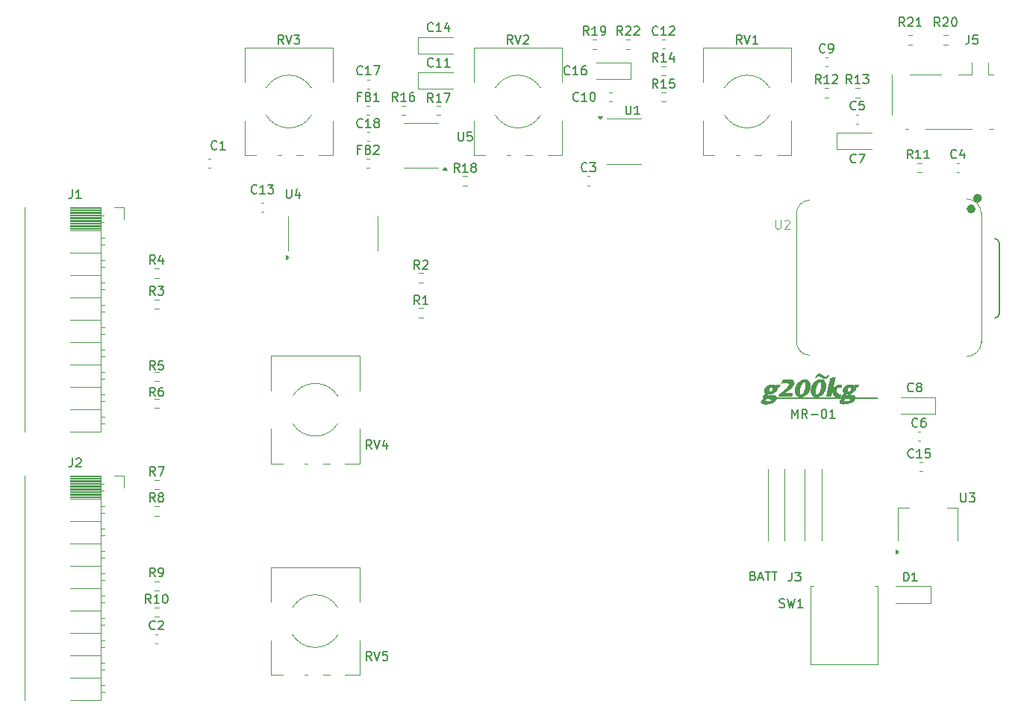
<source format=gto>
G04 #@! TF.GenerationSoftware,KiCad,Pcbnew,8.0.6*
G04 #@! TF.CreationDate,2025-05-06T15:42:09+09:00*
G04 #@! TF.ProjectId,PCB,5043422e-6b69-4636-9164-5f7063625858,rev?*
G04 #@! TF.SameCoordinates,Original*
G04 #@! TF.FileFunction,Legend,Top*
G04 #@! TF.FilePolarity,Positive*
%FSLAX46Y46*%
G04 Gerber Fmt 4.6, Leading zero omitted, Abs format (unit mm)*
G04 Created by KiCad (PCBNEW 8.0.6) date 2025-05-06 15:42:09*
%MOMM*%
%LPD*%
G01*
G04 APERTURE LIST*
%ADD10C,0.150000*%
%ADD11C,0.125000*%
%ADD12C,0.120000*%
%ADD13C,0.010000*%
%ADD14C,0.100000*%
%ADD15C,0.127000*%
%ADD16C,0.504000*%
G04 APERTURE END LIST*
D10*
X84095238Y4045181D02*
X84095238Y5045181D01*
X84095238Y5045181D02*
X84428571Y4330896D01*
X84428571Y4330896D02*
X84761904Y5045181D01*
X84761904Y5045181D02*
X84761904Y4045181D01*
X85809523Y4045181D02*
X85476190Y4521372D01*
X85238095Y4045181D02*
X85238095Y5045181D01*
X85238095Y5045181D02*
X85619047Y5045181D01*
X85619047Y5045181D02*
X85714285Y4997562D01*
X85714285Y4997562D02*
X85761904Y4949943D01*
X85761904Y4949943D02*
X85809523Y4854705D01*
X85809523Y4854705D02*
X85809523Y4711848D01*
X85809523Y4711848D02*
X85761904Y4616610D01*
X85761904Y4616610D02*
X85714285Y4568991D01*
X85714285Y4568991D02*
X85619047Y4521372D01*
X85619047Y4521372D02*
X85238095Y4521372D01*
X86238095Y4426134D02*
X87000000Y4426134D01*
X87666666Y5045181D02*
X87761904Y5045181D01*
X87761904Y5045181D02*
X87857142Y4997562D01*
X87857142Y4997562D02*
X87904761Y4949943D01*
X87904761Y4949943D02*
X87952380Y4854705D01*
X87952380Y4854705D02*
X87999999Y4664229D01*
X87999999Y4664229D02*
X87999999Y4426134D01*
X87999999Y4426134D02*
X87952380Y4235658D01*
X87952380Y4235658D02*
X87904761Y4140420D01*
X87904761Y4140420D02*
X87857142Y4092800D01*
X87857142Y4092800D02*
X87761904Y4045181D01*
X87761904Y4045181D02*
X87666666Y4045181D01*
X87666666Y4045181D02*
X87571428Y4092800D01*
X87571428Y4092800D02*
X87523809Y4140420D01*
X87523809Y4140420D02*
X87476190Y4235658D01*
X87476190Y4235658D02*
X87428571Y4426134D01*
X87428571Y4426134D02*
X87428571Y4664229D01*
X87428571Y4664229D02*
X87476190Y4854705D01*
X87476190Y4854705D02*
X87523809Y4949943D01*
X87523809Y4949943D02*
X87571428Y4997562D01*
X87571428Y4997562D02*
X87666666Y5045181D01*
X88952380Y4045181D02*
X88380952Y4045181D01*
X88666666Y4045181D02*
X88666666Y5045181D01*
X88666666Y5045181D02*
X88571428Y4902324D01*
X88571428Y4902324D02*
X88476190Y4807086D01*
X88476190Y4807086D02*
X88380952Y4759467D01*
X79670112Y-13846009D02*
X79812969Y-13893628D01*
X79812969Y-13893628D02*
X79860588Y-13941247D01*
X79860588Y-13941247D02*
X79908207Y-14036485D01*
X79908207Y-14036485D02*
X79908207Y-14179342D01*
X79908207Y-14179342D02*
X79860588Y-14274580D01*
X79860588Y-14274580D02*
X79812969Y-14322200D01*
X79812969Y-14322200D02*
X79717731Y-14369819D01*
X79717731Y-14369819D02*
X79336779Y-14369819D01*
X79336779Y-14369819D02*
X79336779Y-13369819D01*
X79336779Y-13369819D02*
X79670112Y-13369819D01*
X79670112Y-13369819D02*
X79765350Y-13417438D01*
X79765350Y-13417438D02*
X79812969Y-13465057D01*
X79812969Y-13465057D02*
X79860588Y-13560295D01*
X79860588Y-13560295D02*
X79860588Y-13655533D01*
X79860588Y-13655533D02*
X79812969Y-13750771D01*
X79812969Y-13750771D02*
X79765350Y-13798390D01*
X79765350Y-13798390D02*
X79670112Y-13846009D01*
X79670112Y-13846009D02*
X79336779Y-13846009D01*
X80289160Y-14084104D02*
X80765350Y-14084104D01*
X80193922Y-14369819D02*
X80527255Y-13369819D01*
X80527255Y-13369819D02*
X80860588Y-14369819D01*
X81051065Y-13369819D02*
X81622493Y-13369819D01*
X81336779Y-14369819D02*
X81336779Y-13369819D01*
X81812970Y-13369819D02*
X82384398Y-13369819D01*
X82098684Y-14369819D02*
X82098684Y-13369819D01*
X96761905Y-14454819D02*
X96761905Y-13454819D01*
X96761905Y-13454819D02*
X97000000Y-13454819D01*
X97000000Y-13454819D02*
X97142857Y-13502438D01*
X97142857Y-13502438D02*
X97238095Y-13597676D01*
X97238095Y-13597676D02*
X97285714Y-13692914D01*
X97285714Y-13692914D02*
X97333333Y-13883390D01*
X97333333Y-13883390D02*
X97333333Y-14026247D01*
X97333333Y-14026247D02*
X97285714Y-14216723D01*
X97285714Y-14216723D02*
X97238095Y-14311961D01*
X97238095Y-14311961D02*
X97142857Y-14407200D01*
X97142857Y-14407200D02*
X97000000Y-14454819D01*
X97000000Y-14454819D02*
X96761905Y-14454819D01*
X98285714Y-14454819D02*
X97714286Y-14454819D01*
X98000000Y-14454819D02*
X98000000Y-13454819D01*
X98000000Y-13454819D02*
X97904762Y-13597676D01*
X97904762Y-13597676D02*
X97809524Y-13692914D01*
X97809524Y-13692914D02*
X97714286Y-13740533D01*
X60833333Y32140420D02*
X60785714Y32092800D01*
X60785714Y32092800D02*
X60642857Y32045181D01*
X60642857Y32045181D02*
X60547619Y32045181D01*
X60547619Y32045181D02*
X60404762Y32092800D01*
X60404762Y32092800D02*
X60309524Y32188039D01*
X60309524Y32188039D02*
X60261905Y32283277D01*
X60261905Y32283277D02*
X60214286Y32473753D01*
X60214286Y32473753D02*
X60214286Y32616610D01*
X60214286Y32616610D02*
X60261905Y32807086D01*
X60261905Y32807086D02*
X60309524Y32902324D01*
X60309524Y32902324D02*
X60404762Y32997562D01*
X60404762Y32997562D02*
X60547619Y33045181D01*
X60547619Y33045181D02*
X60642857Y33045181D01*
X60642857Y33045181D02*
X60785714Y32997562D01*
X60785714Y32997562D02*
X60833333Y32949943D01*
X61166667Y33045181D02*
X61785714Y33045181D01*
X61785714Y33045181D02*
X61452381Y32664229D01*
X61452381Y32664229D02*
X61595238Y32664229D01*
X61595238Y32664229D02*
X61690476Y32616610D01*
X61690476Y32616610D02*
X61738095Y32568991D01*
X61738095Y32568991D02*
X61785714Y32473753D01*
X61785714Y32473753D02*
X61785714Y32235658D01*
X61785714Y32235658D02*
X61738095Y32140420D01*
X61738095Y32140420D02*
X61690476Y32092800D01*
X61690476Y32092800D02*
X61595238Y32045181D01*
X61595238Y32045181D02*
X61309524Y32045181D01*
X61309524Y32045181D02*
X61214286Y32092800D01*
X61214286Y32092800D02*
X61166667Y32140420D01*
X11833333Y21545181D02*
X11500000Y22021372D01*
X11261905Y21545181D02*
X11261905Y22545181D01*
X11261905Y22545181D02*
X11642857Y22545181D01*
X11642857Y22545181D02*
X11738095Y22497562D01*
X11738095Y22497562D02*
X11785714Y22449943D01*
X11785714Y22449943D02*
X11833333Y22354705D01*
X11833333Y22354705D02*
X11833333Y22211848D01*
X11833333Y22211848D02*
X11785714Y22116610D01*
X11785714Y22116610D02*
X11738095Y22068991D01*
X11738095Y22068991D02*
X11642857Y22021372D01*
X11642857Y22021372D02*
X11261905Y22021372D01*
X12690476Y22211848D02*
X12690476Y21545181D01*
X12452381Y22592800D02*
X12214286Y21878515D01*
X12214286Y21878515D02*
X12833333Y21878515D01*
X11833333Y18045181D02*
X11500000Y18521372D01*
X11261905Y18045181D02*
X11261905Y19045181D01*
X11261905Y19045181D02*
X11642857Y19045181D01*
X11642857Y19045181D02*
X11738095Y18997562D01*
X11738095Y18997562D02*
X11785714Y18949943D01*
X11785714Y18949943D02*
X11833333Y18854705D01*
X11833333Y18854705D02*
X11833333Y18711848D01*
X11833333Y18711848D02*
X11785714Y18616610D01*
X11785714Y18616610D02*
X11738095Y18568991D01*
X11738095Y18568991D02*
X11642857Y18521372D01*
X11642857Y18521372D02*
X11261905Y18521372D01*
X12166667Y19045181D02*
X12785714Y19045181D01*
X12785714Y19045181D02*
X12452381Y18664229D01*
X12452381Y18664229D02*
X12595238Y18664229D01*
X12595238Y18664229D02*
X12690476Y18616610D01*
X12690476Y18616610D02*
X12738095Y18568991D01*
X12738095Y18568991D02*
X12785714Y18473753D01*
X12785714Y18473753D02*
X12785714Y18235658D01*
X12785714Y18235658D02*
X12738095Y18140420D01*
X12738095Y18140420D02*
X12690476Y18092800D01*
X12690476Y18092800D02*
X12595238Y18045181D01*
X12595238Y18045181D02*
X12309524Y18045181D01*
X12309524Y18045181D02*
X12214286Y18092800D01*
X12214286Y18092800D02*
X12166667Y18140420D01*
X11833333Y6545181D02*
X11500000Y7021372D01*
X11261905Y6545181D02*
X11261905Y7545181D01*
X11261905Y7545181D02*
X11642857Y7545181D01*
X11642857Y7545181D02*
X11738095Y7497562D01*
X11738095Y7497562D02*
X11785714Y7449943D01*
X11785714Y7449943D02*
X11833333Y7354705D01*
X11833333Y7354705D02*
X11833333Y7211848D01*
X11833333Y7211848D02*
X11785714Y7116610D01*
X11785714Y7116610D02*
X11738095Y7068991D01*
X11738095Y7068991D02*
X11642857Y7021372D01*
X11642857Y7021372D02*
X11261905Y7021372D01*
X12690476Y7545181D02*
X12500000Y7545181D01*
X12500000Y7545181D02*
X12404762Y7497562D01*
X12404762Y7497562D02*
X12357143Y7449943D01*
X12357143Y7449943D02*
X12261905Y7307086D01*
X12261905Y7307086D02*
X12214286Y7116610D01*
X12214286Y7116610D02*
X12214286Y6735658D01*
X12214286Y6735658D02*
X12261905Y6640420D01*
X12261905Y6640420D02*
X12309524Y6592800D01*
X12309524Y6592800D02*
X12404762Y6545181D01*
X12404762Y6545181D02*
X12595238Y6545181D01*
X12595238Y6545181D02*
X12690476Y6592800D01*
X12690476Y6592800D02*
X12738095Y6640420D01*
X12738095Y6640420D02*
X12785714Y6735658D01*
X12785714Y6735658D02*
X12785714Y6973753D01*
X12785714Y6973753D02*
X12738095Y7068991D01*
X12738095Y7068991D02*
X12690476Y7116610D01*
X12690476Y7116610D02*
X12595238Y7164229D01*
X12595238Y7164229D02*
X12404762Y7164229D01*
X12404762Y7164229D02*
X12309524Y7116610D01*
X12309524Y7116610D02*
X12261905Y7068991D01*
X12261905Y7068991D02*
X12214286Y6973753D01*
X11833333Y-5454819D02*
X11500000Y-4978628D01*
X11261905Y-5454819D02*
X11261905Y-4454819D01*
X11261905Y-4454819D02*
X11642857Y-4454819D01*
X11642857Y-4454819D02*
X11738095Y-4502438D01*
X11738095Y-4502438D02*
X11785714Y-4550057D01*
X11785714Y-4550057D02*
X11833333Y-4645295D01*
X11833333Y-4645295D02*
X11833333Y-4788152D01*
X11833333Y-4788152D02*
X11785714Y-4883390D01*
X11785714Y-4883390D02*
X11738095Y-4931009D01*
X11738095Y-4931009D02*
X11642857Y-4978628D01*
X11642857Y-4978628D02*
X11261905Y-4978628D01*
X12404762Y-4883390D02*
X12309524Y-4835771D01*
X12309524Y-4835771D02*
X12261905Y-4788152D01*
X12261905Y-4788152D02*
X12214286Y-4692914D01*
X12214286Y-4692914D02*
X12214286Y-4645295D01*
X12214286Y-4645295D02*
X12261905Y-4550057D01*
X12261905Y-4550057D02*
X12309524Y-4502438D01*
X12309524Y-4502438D02*
X12404762Y-4454819D01*
X12404762Y-4454819D02*
X12595238Y-4454819D01*
X12595238Y-4454819D02*
X12690476Y-4502438D01*
X12690476Y-4502438D02*
X12738095Y-4550057D01*
X12738095Y-4550057D02*
X12785714Y-4645295D01*
X12785714Y-4645295D02*
X12785714Y-4692914D01*
X12785714Y-4692914D02*
X12738095Y-4788152D01*
X12738095Y-4788152D02*
X12690476Y-4835771D01*
X12690476Y-4835771D02*
X12595238Y-4883390D01*
X12595238Y-4883390D02*
X12404762Y-4883390D01*
X12404762Y-4883390D02*
X12309524Y-4931009D01*
X12309524Y-4931009D02*
X12261905Y-4978628D01*
X12261905Y-4978628D02*
X12214286Y-5073866D01*
X12214286Y-5073866D02*
X12214286Y-5264342D01*
X12214286Y-5264342D02*
X12261905Y-5359580D01*
X12261905Y-5359580D02*
X12309524Y-5407200D01*
X12309524Y-5407200D02*
X12404762Y-5454819D01*
X12404762Y-5454819D02*
X12595238Y-5454819D01*
X12595238Y-5454819D02*
X12690476Y-5407200D01*
X12690476Y-5407200D02*
X12738095Y-5359580D01*
X12738095Y-5359580D02*
X12785714Y-5264342D01*
X12785714Y-5264342D02*
X12785714Y-5073866D01*
X12785714Y-5073866D02*
X12738095Y-4978628D01*
X12738095Y-4978628D02*
X12690476Y-4931009D01*
X12690476Y-4931009D02*
X12595238Y-4883390D01*
X11357142Y-16954819D02*
X11023809Y-16478628D01*
X10785714Y-16954819D02*
X10785714Y-15954819D01*
X10785714Y-15954819D02*
X11166666Y-15954819D01*
X11166666Y-15954819D02*
X11261904Y-16002438D01*
X11261904Y-16002438D02*
X11309523Y-16050057D01*
X11309523Y-16050057D02*
X11357142Y-16145295D01*
X11357142Y-16145295D02*
X11357142Y-16288152D01*
X11357142Y-16288152D02*
X11309523Y-16383390D01*
X11309523Y-16383390D02*
X11261904Y-16431009D01*
X11261904Y-16431009D02*
X11166666Y-16478628D01*
X11166666Y-16478628D02*
X10785714Y-16478628D01*
X12309523Y-16954819D02*
X11738095Y-16954819D01*
X12023809Y-16954819D02*
X12023809Y-15954819D01*
X12023809Y-15954819D02*
X11928571Y-16097676D01*
X11928571Y-16097676D02*
X11833333Y-16192914D01*
X11833333Y-16192914D02*
X11738095Y-16240533D01*
X12928571Y-15954819D02*
X13023809Y-15954819D01*
X13023809Y-15954819D02*
X13119047Y-16002438D01*
X13119047Y-16002438D02*
X13166666Y-16050057D01*
X13166666Y-16050057D02*
X13214285Y-16145295D01*
X13214285Y-16145295D02*
X13261904Y-16335771D01*
X13261904Y-16335771D02*
X13261904Y-16573866D01*
X13261904Y-16573866D02*
X13214285Y-16764342D01*
X13214285Y-16764342D02*
X13166666Y-16859580D01*
X13166666Y-16859580D02*
X13119047Y-16907200D01*
X13119047Y-16907200D02*
X13023809Y-16954819D01*
X13023809Y-16954819D02*
X12928571Y-16954819D01*
X12928571Y-16954819D02*
X12833333Y-16907200D01*
X12833333Y-16907200D02*
X12785714Y-16859580D01*
X12785714Y-16859580D02*
X12738095Y-16764342D01*
X12738095Y-16764342D02*
X12690476Y-16573866D01*
X12690476Y-16573866D02*
X12690476Y-16335771D01*
X12690476Y-16335771D02*
X12738095Y-16145295D01*
X12738095Y-16145295D02*
X12785714Y-16050057D01*
X12785714Y-16050057D02*
X12833333Y-16002438D01*
X12833333Y-16002438D02*
X12928571Y-15954819D01*
X11833333Y9545181D02*
X11500000Y10021372D01*
X11261905Y9545181D02*
X11261905Y10545181D01*
X11261905Y10545181D02*
X11642857Y10545181D01*
X11642857Y10545181D02*
X11738095Y10497562D01*
X11738095Y10497562D02*
X11785714Y10449943D01*
X11785714Y10449943D02*
X11833333Y10354705D01*
X11833333Y10354705D02*
X11833333Y10211848D01*
X11833333Y10211848D02*
X11785714Y10116610D01*
X11785714Y10116610D02*
X11738095Y10068991D01*
X11738095Y10068991D02*
X11642857Y10021372D01*
X11642857Y10021372D02*
X11261905Y10021372D01*
X12738095Y10545181D02*
X12261905Y10545181D01*
X12261905Y10545181D02*
X12214286Y10068991D01*
X12214286Y10068991D02*
X12261905Y10116610D01*
X12261905Y10116610D02*
X12357143Y10164229D01*
X12357143Y10164229D02*
X12595238Y10164229D01*
X12595238Y10164229D02*
X12690476Y10116610D01*
X12690476Y10116610D02*
X12738095Y10068991D01*
X12738095Y10068991D02*
X12785714Y9973753D01*
X12785714Y9973753D02*
X12785714Y9735658D01*
X12785714Y9735658D02*
X12738095Y9640420D01*
X12738095Y9640420D02*
X12690476Y9592800D01*
X12690476Y9592800D02*
X12595238Y9545181D01*
X12595238Y9545181D02*
X12357143Y9545181D01*
X12357143Y9545181D02*
X12261905Y9592800D01*
X12261905Y9592800D02*
X12214286Y9640420D01*
X11833333Y-2454819D02*
X11500000Y-1978628D01*
X11261905Y-2454819D02*
X11261905Y-1454819D01*
X11261905Y-1454819D02*
X11642857Y-1454819D01*
X11642857Y-1454819D02*
X11738095Y-1502438D01*
X11738095Y-1502438D02*
X11785714Y-1550057D01*
X11785714Y-1550057D02*
X11833333Y-1645295D01*
X11833333Y-1645295D02*
X11833333Y-1788152D01*
X11833333Y-1788152D02*
X11785714Y-1883390D01*
X11785714Y-1883390D02*
X11738095Y-1931009D01*
X11738095Y-1931009D02*
X11642857Y-1978628D01*
X11642857Y-1978628D02*
X11261905Y-1978628D01*
X12166667Y-1454819D02*
X12833333Y-1454819D01*
X12833333Y-1454819D02*
X12404762Y-2454819D01*
X11833333Y-13954819D02*
X11500000Y-13478628D01*
X11261905Y-13954819D02*
X11261905Y-12954819D01*
X11261905Y-12954819D02*
X11642857Y-12954819D01*
X11642857Y-12954819D02*
X11738095Y-13002438D01*
X11738095Y-13002438D02*
X11785714Y-13050057D01*
X11785714Y-13050057D02*
X11833333Y-13145295D01*
X11833333Y-13145295D02*
X11833333Y-13288152D01*
X11833333Y-13288152D02*
X11785714Y-13383390D01*
X11785714Y-13383390D02*
X11738095Y-13431009D01*
X11738095Y-13431009D02*
X11642857Y-13478628D01*
X11642857Y-13478628D02*
X11261905Y-13478628D01*
X12309524Y-13954819D02*
X12500000Y-13954819D01*
X12500000Y-13954819D02*
X12595238Y-13907200D01*
X12595238Y-13907200D02*
X12642857Y-13859580D01*
X12642857Y-13859580D02*
X12738095Y-13716723D01*
X12738095Y-13716723D02*
X12785714Y-13526247D01*
X12785714Y-13526247D02*
X12785714Y-13145295D01*
X12785714Y-13145295D02*
X12738095Y-13050057D01*
X12738095Y-13050057D02*
X12690476Y-13002438D01*
X12690476Y-13002438D02*
X12595238Y-12954819D01*
X12595238Y-12954819D02*
X12404762Y-12954819D01*
X12404762Y-12954819D02*
X12309524Y-13002438D01*
X12309524Y-13002438D02*
X12261905Y-13050057D01*
X12261905Y-13050057D02*
X12214286Y-13145295D01*
X12214286Y-13145295D02*
X12214286Y-13383390D01*
X12214286Y-13383390D02*
X12261905Y-13478628D01*
X12261905Y-13478628D02*
X12309524Y-13526247D01*
X12309524Y-13526247D02*
X12404762Y-13573866D01*
X12404762Y-13573866D02*
X12595238Y-13573866D01*
X12595238Y-13573866D02*
X12690476Y-13526247D01*
X12690476Y-13526247D02*
X12738095Y-13478628D01*
X12738095Y-13478628D02*
X12785714Y-13383390D01*
X98333333Y3140420D02*
X98285714Y3092800D01*
X98285714Y3092800D02*
X98142857Y3045181D01*
X98142857Y3045181D02*
X98047619Y3045181D01*
X98047619Y3045181D02*
X97904762Y3092800D01*
X97904762Y3092800D02*
X97809524Y3188039D01*
X97809524Y3188039D02*
X97761905Y3283277D01*
X97761905Y3283277D02*
X97714286Y3473753D01*
X97714286Y3473753D02*
X97714286Y3616610D01*
X97714286Y3616610D02*
X97761905Y3807086D01*
X97761905Y3807086D02*
X97809524Y3902324D01*
X97809524Y3902324D02*
X97904762Y3997562D01*
X97904762Y3997562D02*
X98047619Y4045181D01*
X98047619Y4045181D02*
X98142857Y4045181D01*
X98142857Y4045181D02*
X98285714Y3997562D01*
X98285714Y3997562D02*
X98333333Y3949943D01*
X99190476Y4045181D02*
X99000000Y4045181D01*
X99000000Y4045181D02*
X98904762Y3997562D01*
X98904762Y3997562D02*
X98857143Y3949943D01*
X98857143Y3949943D02*
X98761905Y3807086D01*
X98761905Y3807086D02*
X98714286Y3616610D01*
X98714286Y3616610D02*
X98714286Y3235658D01*
X98714286Y3235658D02*
X98761905Y3140420D01*
X98761905Y3140420D02*
X98809524Y3092800D01*
X98809524Y3092800D02*
X98904762Y3045181D01*
X98904762Y3045181D02*
X99095238Y3045181D01*
X99095238Y3045181D02*
X99190476Y3092800D01*
X99190476Y3092800D02*
X99238095Y3140420D01*
X99238095Y3140420D02*
X99285714Y3235658D01*
X99285714Y3235658D02*
X99285714Y3473753D01*
X99285714Y3473753D02*
X99238095Y3568991D01*
X99238095Y3568991D02*
X99190476Y3616610D01*
X99190476Y3616610D02*
X99095238Y3664229D01*
X99095238Y3664229D02*
X98904762Y3664229D01*
X98904762Y3664229D02*
X98809524Y3616610D01*
X98809524Y3616610D02*
X98761905Y3568991D01*
X98761905Y3568991D02*
X98714286Y3473753D01*
X90857142Y42045181D02*
X90523809Y42521372D01*
X90285714Y42045181D02*
X90285714Y43045181D01*
X90285714Y43045181D02*
X90666666Y43045181D01*
X90666666Y43045181D02*
X90761904Y42997562D01*
X90761904Y42997562D02*
X90809523Y42949943D01*
X90809523Y42949943D02*
X90857142Y42854705D01*
X90857142Y42854705D02*
X90857142Y42711848D01*
X90857142Y42711848D02*
X90809523Y42616610D01*
X90809523Y42616610D02*
X90761904Y42568991D01*
X90761904Y42568991D02*
X90666666Y42521372D01*
X90666666Y42521372D02*
X90285714Y42521372D01*
X91809523Y42045181D02*
X91238095Y42045181D01*
X91523809Y42045181D02*
X91523809Y43045181D01*
X91523809Y43045181D02*
X91428571Y42902324D01*
X91428571Y42902324D02*
X91333333Y42807086D01*
X91333333Y42807086D02*
X91238095Y42759467D01*
X92142857Y43045181D02*
X92761904Y43045181D01*
X92761904Y43045181D02*
X92428571Y42664229D01*
X92428571Y42664229D02*
X92571428Y42664229D01*
X92571428Y42664229D02*
X92666666Y42616610D01*
X92666666Y42616610D02*
X92714285Y42568991D01*
X92714285Y42568991D02*
X92761904Y42473753D01*
X92761904Y42473753D02*
X92761904Y42235658D01*
X92761904Y42235658D02*
X92714285Y42140420D01*
X92714285Y42140420D02*
X92666666Y42092800D01*
X92666666Y42092800D02*
X92571428Y42045181D01*
X92571428Y42045181D02*
X92285714Y42045181D01*
X92285714Y42045181D02*
X92190476Y42092800D01*
X92190476Y42092800D02*
X92142857Y42140420D01*
X35166666Y34568991D02*
X34833333Y34568991D01*
X34833333Y34045181D02*
X34833333Y35045181D01*
X34833333Y35045181D02*
X35309523Y35045181D01*
X36023809Y34568991D02*
X36166666Y34521372D01*
X36166666Y34521372D02*
X36214285Y34473753D01*
X36214285Y34473753D02*
X36261904Y34378515D01*
X36261904Y34378515D02*
X36261904Y34235658D01*
X36261904Y34235658D02*
X36214285Y34140420D01*
X36214285Y34140420D02*
X36166666Y34092800D01*
X36166666Y34092800D02*
X36071428Y34045181D01*
X36071428Y34045181D02*
X35690476Y34045181D01*
X35690476Y34045181D02*
X35690476Y35045181D01*
X35690476Y35045181D02*
X36023809Y35045181D01*
X36023809Y35045181D02*
X36119047Y34997562D01*
X36119047Y34997562D02*
X36166666Y34949943D01*
X36166666Y34949943D02*
X36214285Y34854705D01*
X36214285Y34854705D02*
X36214285Y34759467D01*
X36214285Y34759467D02*
X36166666Y34664229D01*
X36166666Y34664229D02*
X36119047Y34616610D01*
X36119047Y34616610D02*
X36023809Y34568991D01*
X36023809Y34568991D02*
X35690476Y34568991D01*
X36642857Y34949943D02*
X36690476Y34997562D01*
X36690476Y34997562D02*
X36785714Y35045181D01*
X36785714Y35045181D02*
X37023809Y35045181D01*
X37023809Y35045181D02*
X37119047Y34997562D01*
X37119047Y34997562D02*
X37166666Y34949943D01*
X37166666Y34949943D02*
X37214285Y34854705D01*
X37214285Y34854705D02*
X37214285Y34759467D01*
X37214285Y34759467D02*
X37166666Y34616610D01*
X37166666Y34616610D02*
X36595238Y34045181D01*
X36595238Y34045181D02*
X37214285Y34045181D01*
X26404761Y46545181D02*
X26071428Y47021372D01*
X25833333Y46545181D02*
X25833333Y47545181D01*
X25833333Y47545181D02*
X26214285Y47545181D01*
X26214285Y47545181D02*
X26309523Y47497562D01*
X26309523Y47497562D02*
X26357142Y47449943D01*
X26357142Y47449943D02*
X26404761Y47354705D01*
X26404761Y47354705D02*
X26404761Y47211848D01*
X26404761Y47211848D02*
X26357142Y47116610D01*
X26357142Y47116610D02*
X26309523Y47068991D01*
X26309523Y47068991D02*
X26214285Y47021372D01*
X26214285Y47021372D02*
X25833333Y47021372D01*
X26690476Y47545181D02*
X27023809Y46545181D01*
X27023809Y46545181D02*
X27357142Y47545181D01*
X27595238Y47545181D02*
X28214285Y47545181D01*
X28214285Y47545181D02*
X27880952Y47164229D01*
X27880952Y47164229D02*
X28023809Y47164229D01*
X28023809Y47164229D02*
X28119047Y47116610D01*
X28119047Y47116610D02*
X28166666Y47068991D01*
X28166666Y47068991D02*
X28214285Y46973753D01*
X28214285Y46973753D02*
X28214285Y46735658D01*
X28214285Y46735658D02*
X28166666Y46640420D01*
X28166666Y46640420D02*
X28119047Y46592800D01*
X28119047Y46592800D02*
X28023809Y46545181D01*
X28023809Y46545181D02*
X27738095Y46545181D01*
X27738095Y46545181D02*
X27642857Y46592800D01*
X27642857Y46592800D02*
X27595238Y46640420D01*
X78404761Y46545181D02*
X78071428Y47021372D01*
X77833333Y46545181D02*
X77833333Y47545181D01*
X77833333Y47545181D02*
X78214285Y47545181D01*
X78214285Y47545181D02*
X78309523Y47497562D01*
X78309523Y47497562D02*
X78357142Y47449943D01*
X78357142Y47449943D02*
X78404761Y47354705D01*
X78404761Y47354705D02*
X78404761Y47211848D01*
X78404761Y47211848D02*
X78357142Y47116610D01*
X78357142Y47116610D02*
X78309523Y47068991D01*
X78309523Y47068991D02*
X78214285Y47021372D01*
X78214285Y47021372D02*
X77833333Y47021372D01*
X78690476Y47545181D02*
X79023809Y46545181D01*
X79023809Y46545181D02*
X79357142Y47545181D01*
X80214285Y46545181D02*
X79642857Y46545181D01*
X79928571Y46545181D02*
X79928571Y47545181D01*
X79928571Y47545181D02*
X79833333Y47402324D01*
X79833333Y47402324D02*
X79738095Y47307086D01*
X79738095Y47307086D02*
X79642857Y47259467D01*
X35357142Y37140420D02*
X35309523Y37092800D01*
X35309523Y37092800D02*
X35166666Y37045181D01*
X35166666Y37045181D02*
X35071428Y37045181D01*
X35071428Y37045181D02*
X34928571Y37092800D01*
X34928571Y37092800D02*
X34833333Y37188039D01*
X34833333Y37188039D02*
X34785714Y37283277D01*
X34785714Y37283277D02*
X34738095Y37473753D01*
X34738095Y37473753D02*
X34738095Y37616610D01*
X34738095Y37616610D02*
X34785714Y37807086D01*
X34785714Y37807086D02*
X34833333Y37902324D01*
X34833333Y37902324D02*
X34928571Y37997562D01*
X34928571Y37997562D02*
X35071428Y38045181D01*
X35071428Y38045181D02*
X35166666Y38045181D01*
X35166666Y38045181D02*
X35309523Y37997562D01*
X35309523Y37997562D02*
X35357142Y37949943D01*
X36309523Y37045181D02*
X35738095Y37045181D01*
X36023809Y37045181D02*
X36023809Y38045181D01*
X36023809Y38045181D02*
X35928571Y37902324D01*
X35928571Y37902324D02*
X35833333Y37807086D01*
X35833333Y37807086D02*
X35738095Y37759467D01*
X36880952Y37616610D02*
X36785714Y37664229D01*
X36785714Y37664229D02*
X36738095Y37711848D01*
X36738095Y37711848D02*
X36690476Y37807086D01*
X36690476Y37807086D02*
X36690476Y37854705D01*
X36690476Y37854705D02*
X36738095Y37949943D01*
X36738095Y37949943D02*
X36785714Y37997562D01*
X36785714Y37997562D02*
X36880952Y38045181D01*
X36880952Y38045181D02*
X37071428Y38045181D01*
X37071428Y38045181D02*
X37166666Y37997562D01*
X37166666Y37997562D02*
X37214285Y37949943D01*
X37214285Y37949943D02*
X37261904Y37854705D01*
X37261904Y37854705D02*
X37261904Y37807086D01*
X37261904Y37807086D02*
X37214285Y37711848D01*
X37214285Y37711848D02*
X37166666Y37664229D01*
X37166666Y37664229D02*
X37071428Y37616610D01*
X37071428Y37616610D02*
X36880952Y37616610D01*
X36880952Y37616610D02*
X36785714Y37568991D01*
X36785714Y37568991D02*
X36738095Y37521372D01*
X36738095Y37521372D02*
X36690476Y37426134D01*
X36690476Y37426134D02*
X36690476Y37235658D01*
X36690476Y37235658D02*
X36738095Y37140420D01*
X36738095Y37140420D02*
X36785714Y37092800D01*
X36785714Y37092800D02*
X36880952Y37045181D01*
X36880952Y37045181D02*
X37071428Y37045181D01*
X37071428Y37045181D02*
X37166666Y37092800D01*
X37166666Y37092800D02*
X37214285Y37140420D01*
X37214285Y37140420D02*
X37261904Y37235658D01*
X37261904Y37235658D02*
X37261904Y37426134D01*
X37261904Y37426134D02*
X37214285Y37521372D01*
X37214285Y37521372D02*
X37166666Y37568991D01*
X37166666Y37568991D02*
X37071428Y37616610D01*
X35357142Y43140420D02*
X35309523Y43092800D01*
X35309523Y43092800D02*
X35166666Y43045181D01*
X35166666Y43045181D02*
X35071428Y43045181D01*
X35071428Y43045181D02*
X34928571Y43092800D01*
X34928571Y43092800D02*
X34833333Y43188039D01*
X34833333Y43188039D02*
X34785714Y43283277D01*
X34785714Y43283277D02*
X34738095Y43473753D01*
X34738095Y43473753D02*
X34738095Y43616610D01*
X34738095Y43616610D02*
X34785714Y43807086D01*
X34785714Y43807086D02*
X34833333Y43902324D01*
X34833333Y43902324D02*
X34928571Y43997562D01*
X34928571Y43997562D02*
X35071428Y44045181D01*
X35071428Y44045181D02*
X35166666Y44045181D01*
X35166666Y44045181D02*
X35309523Y43997562D01*
X35309523Y43997562D02*
X35357142Y43949943D01*
X36309523Y43045181D02*
X35738095Y43045181D01*
X36023809Y43045181D02*
X36023809Y44045181D01*
X36023809Y44045181D02*
X35928571Y43902324D01*
X35928571Y43902324D02*
X35833333Y43807086D01*
X35833333Y43807086D02*
X35738095Y43759467D01*
X36642857Y44045181D02*
X37309523Y44045181D01*
X37309523Y44045181D02*
X36880952Y43045181D01*
X2446666Y29985181D02*
X2446666Y29270896D01*
X2446666Y29270896D02*
X2399047Y29128039D01*
X2399047Y29128039D02*
X2303809Y29032800D01*
X2303809Y29032800D02*
X2160952Y28985181D01*
X2160952Y28985181D02*
X2065714Y28985181D01*
X3446666Y28985181D02*
X2875238Y28985181D01*
X3160952Y28985181D02*
X3160952Y29985181D01*
X3160952Y29985181D02*
X3065714Y29842324D01*
X3065714Y29842324D02*
X2970476Y29747086D01*
X2970476Y29747086D02*
X2875238Y29699467D01*
X46238095Y36545181D02*
X46238095Y35735658D01*
X46238095Y35735658D02*
X46285714Y35640420D01*
X46285714Y35640420D02*
X46333333Y35592800D01*
X46333333Y35592800D02*
X46428571Y35545181D01*
X46428571Y35545181D02*
X46619047Y35545181D01*
X46619047Y35545181D02*
X46714285Y35592800D01*
X46714285Y35592800D02*
X46761904Y35640420D01*
X46761904Y35640420D02*
X46809523Y35735658D01*
X46809523Y35735658D02*
X46809523Y36545181D01*
X47761904Y36545181D02*
X47285714Y36545181D01*
X47285714Y36545181D02*
X47238095Y36068991D01*
X47238095Y36068991D02*
X47285714Y36116610D01*
X47285714Y36116610D02*
X47380952Y36164229D01*
X47380952Y36164229D02*
X47619047Y36164229D01*
X47619047Y36164229D02*
X47714285Y36116610D01*
X47714285Y36116610D02*
X47761904Y36068991D01*
X47761904Y36068991D02*
X47809523Y35973753D01*
X47809523Y35973753D02*
X47809523Y35735658D01*
X47809523Y35735658D02*
X47761904Y35640420D01*
X47761904Y35640420D02*
X47714285Y35592800D01*
X47714285Y35592800D02*
X47619047Y35545181D01*
X47619047Y35545181D02*
X47380952Y35545181D01*
X47380952Y35545181D02*
X47285714Y35592800D01*
X47285714Y35592800D02*
X47238095Y35640420D01*
X87357142Y42045181D02*
X87023809Y42521372D01*
X86785714Y42045181D02*
X86785714Y43045181D01*
X86785714Y43045181D02*
X87166666Y43045181D01*
X87166666Y43045181D02*
X87261904Y42997562D01*
X87261904Y42997562D02*
X87309523Y42949943D01*
X87309523Y42949943D02*
X87357142Y42854705D01*
X87357142Y42854705D02*
X87357142Y42711848D01*
X87357142Y42711848D02*
X87309523Y42616610D01*
X87309523Y42616610D02*
X87261904Y42568991D01*
X87261904Y42568991D02*
X87166666Y42521372D01*
X87166666Y42521372D02*
X86785714Y42521372D01*
X88309523Y42045181D02*
X87738095Y42045181D01*
X88023809Y42045181D02*
X88023809Y43045181D01*
X88023809Y43045181D02*
X87928571Y42902324D01*
X87928571Y42902324D02*
X87833333Y42807086D01*
X87833333Y42807086D02*
X87738095Y42759467D01*
X88690476Y42949943D02*
X88738095Y42997562D01*
X88738095Y42997562D02*
X88833333Y43045181D01*
X88833333Y43045181D02*
X89071428Y43045181D01*
X89071428Y43045181D02*
X89166666Y42997562D01*
X89166666Y42997562D02*
X89214285Y42949943D01*
X89214285Y42949943D02*
X89261904Y42854705D01*
X89261904Y42854705D02*
X89261904Y42759467D01*
X89261904Y42759467D02*
X89214285Y42616610D01*
X89214285Y42616610D02*
X88642857Y42045181D01*
X88642857Y42045181D02*
X89261904Y42045181D01*
X84066666Y-13454819D02*
X84066666Y-14169104D01*
X84066666Y-14169104D02*
X84019047Y-14311961D01*
X84019047Y-14311961D02*
X83923809Y-14407200D01*
X83923809Y-14407200D02*
X83780952Y-14454819D01*
X83780952Y-14454819D02*
X83685714Y-14454819D01*
X84447619Y-13454819D02*
X85066666Y-13454819D01*
X85066666Y-13454819D02*
X84733333Y-13835771D01*
X84733333Y-13835771D02*
X84876190Y-13835771D01*
X84876190Y-13835771D02*
X84971428Y-13883390D01*
X84971428Y-13883390D02*
X85019047Y-13931009D01*
X85019047Y-13931009D02*
X85066666Y-14026247D01*
X85066666Y-14026247D02*
X85066666Y-14264342D01*
X85066666Y-14264342D02*
X85019047Y-14359580D01*
X85019047Y-14359580D02*
X84971428Y-14407200D01*
X84971428Y-14407200D02*
X84876190Y-14454819D01*
X84876190Y-14454819D02*
X84590476Y-14454819D01*
X84590476Y-14454819D02*
X84495238Y-14407200D01*
X84495238Y-14407200D02*
X84447619Y-14359580D01*
X68857142Y47640420D02*
X68809523Y47592800D01*
X68809523Y47592800D02*
X68666666Y47545181D01*
X68666666Y47545181D02*
X68571428Y47545181D01*
X68571428Y47545181D02*
X68428571Y47592800D01*
X68428571Y47592800D02*
X68333333Y47688039D01*
X68333333Y47688039D02*
X68285714Y47783277D01*
X68285714Y47783277D02*
X68238095Y47973753D01*
X68238095Y47973753D02*
X68238095Y48116610D01*
X68238095Y48116610D02*
X68285714Y48307086D01*
X68285714Y48307086D02*
X68333333Y48402324D01*
X68333333Y48402324D02*
X68428571Y48497562D01*
X68428571Y48497562D02*
X68571428Y48545181D01*
X68571428Y48545181D02*
X68666666Y48545181D01*
X68666666Y48545181D02*
X68809523Y48497562D01*
X68809523Y48497562D02*
X68857142Y48449943D01*
X69809523Y47545181D02*
X69238095Y47545181D01*
X69523809Y47545181D02*
X69523809Y48545181D01*
X69523809Y48545181D02*
X69428571Y48402324D01*
X69428571Y48402324D02*
X69333333Y48307086D01*
X69333333Y48307086D02*
X69238095Y48259467D01*
X70190476Y48449943D02*
X70238095Y48497562D01*
X70238095Y48497562D02*
X70333333Y48545181D01*
X70333333Y48545181D02*
X70571428Y48545181D01*
X70571428Y48545181D02*
X70666666Y48497562D01*
X70666666Y48497562D02*
X70714285Y48449943D01*
X70714285Y48449943D02*
X70761904Y48354705D01*
X70761904Y48354705D02*
X70761904Y48259467D01*
X70761904Y48259467D02*
X70714285Y48116610D01*
X70714285Y48116610D02*
X70142857Y47545181D01*
X70142857Y47545181D02*
X70761904Y47545181D01*
X68857142Y44545181D02*
X68523809Y45021372D01*
X68285714Y44545181D02*
X68285714Y45545181D01*
X68285714Y45545181D02*
X68666666Y45545181D01*
X68666666Y45545181D02*
X68761904Y45497562D01*
X68761904Y45497562D02*
X68809523Y45449943D01*
X68809523Y45449943D02*
X68857142Y45354705D01*
X68857142Y45354705D02*
X68857142Y45211848D01*
X68857142Y45211848D02*
X68809523Y45116610D01*
X68809523Y45116610D02*
X68761904Y45068991D01*
X68761904Y45068991D02*
X68666666Y45021372D01*
X68666666Y45021372D02*
X68285714Y45021372D01*
X69809523Y44545181D02*
X69238095Y44545181D01*
X69523809Y44545181D02*
X69523809Y45545181D01*
X69523809Y45545181D02*
X69428571Y45402324D01*
X69428571Y45402324D02*
X69333333Y45307086D01*
X69333333Y45307086D02*
X69238095Y45259467D01*
X70666666Y45211848D02*
X70666666Y44545181D01*
X70428571Y45592800D02*
X70190476Y44878515D01*
X70190476Y44878515D02*
X70809523Y44878515D01*
X2446666Y-494819D02*
X2446666Y-1209104D01*
X2446666Y-1209104D02*
X2399047Y-1351961D01*
X2399047Y-1351961D02*
X2303809Y-1447200D01*
X2303809Y-1447200D02*
X2160952Y-1494819D01*
X2160952Y-1494819D02*
X2065714Y-1494819D01*
X2875238Y-590057D02*
X2922857Y-542438D01*
X2922857Y-542438D02*
X3018095Y-494819D01*
X3018095Y-494819D02*
X3256190Y-494819D01*
X3256190Y-494819D02*
X3351428Y-542438D01*
X3351428Y-542438D02*
X3399047Y-590057D01*
X3399047Y-590057D02*
X3446666Y-685295D01*
X3446666Y-685295D02*
X3446666Y-780533D01*
X3446666Y-780533D02*
X3399047Y-923390D01*
X3399047Y-923390D02*
X2827619Y-1494819D01*
X2827619Y-1494819D02*
X3446666Y-1494819D01*
X82666667Y-17407200D02*
X82809524Y-17454819D01*
X82809524Y-17454819D02*
X83047619Y-17454819D01*
X83047619Y-17454819D02*
X83142857Y-17407200D01*
X83142857Y-17407200D02*
X83190476Y-17359580D01*
X83190476Y-17359580D02*
X83238095Y-17264342D01*
X83238095Y-17264342D02*
X83238095Y-17169104D01*
X83238095Y-17169104D02*
X83190476Y-17073866D01*
X83190476Y-17073866D02*
X83142857Y-17026247D01*
X83142857Y-17026247D02*
X83047619Y-16978628D01*
X83047619Y-16978628D02*
X82857143Y-16931009D01*
X82857143Y-16931009D02*
X82761905Y-16883390D01*
X82761905Y-16883390D02*
X82714286Y-16835771D01*
X82714286Y-16835771D02*
X82666667Y-16740533D01*
X82666667Y-16740533D02*
X82666667Y-16645295D01*
X82666667Y-16645295D02*
X82714286Y-16550057D01*
X82714286Y-16550057D02*
X82761905Y-16502438D01*
X82761905Y-16502438D02*
X82857143Y-16454819D01*
X82857143Y-16454819D02*
X83095238Y-16454819D01*
X83095238Y-16454819D02*
X83238095Y-16502438D01*
X83571429Y-16454819D02*
X83809524Y-17454819D01*
X83809524Y-17454819D02*
X84000000Y-16740533D01*
X84000000Y-16740533D02*
X84190476Y-17454819D01*
X84190476Y-17454819D02*
X84428572Y-16454819D01*
X85333333Y-17454819D02*
X84761905Y-17454819D01*
X85047619Y-17454819D02*
X85047619Y-16454819D01*
X85047619Y-16454819D02*
X84952381Y-16597676D01*
X84952381Y-16597676D02*
X84857143Y-16692914D01*
X84857143Y-16692914D02*
X84761905Y-16740533D01*
X18833333Y34640420D02*
X18785714Y34592800D01*
X18785714Y34592800D02*
X18642857Y34545181D01*
X18642857Y34545181D02*
X18547619Y34545181D01*
X18547619Y34545181D02*
X18404762Y34592800D01*
X18404762Y34592800D02*
X18309524Y34688039D01*
X18309524Y34688039D02*
X18261905Y34783277D01*
X18261905Y34783277D02*
X18214286Y34973753D01*
X18214286Y34973753D02*
X18214286Y35116610D01*
X18214286Y35116610D02*
X18261905Y35307086D01*
X18261905Y35307086D02*
X18309524Y35402324D01*
X18309524Y35402324D02*
X18404762Y35497562D01*
X18404762Y35497562D02*
X18547619Y35545181D01*
X18547619Y35545181D02*
X18642857Y35545181D01*
X18642857Y35545181D02*
X18785714Y35497562D01*
X18785714Y35497562D02*
X18833333Y35449943D01*
X19785714Y34545181D02*
X19214286Y34545181D01*
X19500000Y34545181D02*
X19500000Y35545181D01*
X19500000Y35545181D02*
X19404762Y35402324D01*
X19404762Y35402324D02*
X19309524Y35307086D01*
X19309524Y35307086D02*
X19214286Y35259467D01*
X43357142Y44045420D02*
X43309523Y43997800D01*
X43309523Y43997800D02*
X43166666Y43950181D01*
X43166666Y43950181D02*
X43071428Y43950181D01*
X43071428Y43950181D02*
X42928571Y43997800D01*
X42928571Y43997800D02*
X42833333Y44093039D01*
X42833333Y44093039D02*
X42785714Y44188277D01*
X42785714Y44188277D02*
X42738095Y44378753D01*
X42738095Y44378753D02*
X42738095Y44521610D01*
X42738095Y44521610D02*
X42785714Y44712086D01*
X42785714Y44712086D02*
X42833333Y44807324D01*
X42833333Y44807324D02*
X42928571Y44902562D01*
X42928571Y44902562D02*
X43071428Y44950181D01*
X43071428Y44950181D02*
X43166666Y44950181D01*
X43166666Y44950181D02*
X43309523Y44902562D01*
X43309523Y44902562D02*
X43357142Y44854943D01*
X44309523Y43950181D02*
X43738095Y43950181D01*
X44023809Y43950181D02*
X44023809Y44950181D01*
X44023809Y44950181D02*
X43928571Y44807324D01*
X43928571Y44807324D02*
X43833333Y44712086D01*
X43833333Y44712086D02*
X43738095Y44664467D01*
X45261904Y43950181D02*
X44690476Y43950181D01*
X44976190Y43950181D02*
X44976190Y44950181D01*
X44976190Y44950181D02*
X44880952Y44807324D01*
X44880952Y44807324D02*
X44785714Y44712086D01*
X44785714Y44712086D02*
X44690476Y44664467D01*
X97857142Y-359580D02*
X97809523Y-407200D01*
X97809523Y-407200D02*
X97666666Y-454819D01*
X97666666Y-454819D02*
X97571428Y-454819D01*
X97571428Y-454819D02*
X97428571Y-407200D01*
X97428571Y-407200D02*
X97333333Y-311961D01*
X97333333Y-311961D02*
X97285714Y-216723D01*
X97285714Y-216723D02*
X97238095Y-26247D01*
X97238095Y-26247D02*
X97238095Y116610D01*
X97238095Y116610D02*
X97285714Y307086D01*
X97285714Y307086D02*
X97333333Y402324D01*
X97333333Y402324D02*
X97428571Y497562D01*
X97428571Y497562D02*
X97571428Y545181D01*
X97571428Y545181D02*
X97666666Y545181D01*
X97666666Y545181D02*
X97809523Y497562D01*
X97809523Y497562D02*
X97857142Y449943D01*
X98809523Y-454819D02*
X98238095Y-454819D01*
X98523809Y-454819D02*
X98523809Y545181D01*
X98523809Y545181D02*
X98428571Y402324D01*
X98428571Y402324D02*
X98333333Y307086D01*
X98333333Y307086D02*
X98238095Y259467D01*
X99714285Y545181D02*
X99238095Y545181D01*
X99238095Y545181D02*
X99190476Y68991D01*
X99190476Y68991D02*
X99238095Y116610D01*
X99238095Y116610D02*
X99333333Y164229D01*
X99333333Y164229D02*
X99571428Y164229D01*
X99571428Y164229D02*
X99666666Y116610D01*
X99666666Y116610D02*
X99714285Y68991D01*
X99714285Y68991D02*
X99761904Y-26247D01*
X99761904Y-26247D02*
X99761904Y-264342D01*
X99761904Y-264342D02*
X99714285Y-359580D01*
X99714285Y-359580D02*
X99666666Y-407200D01*
X99666666Y-407200D02*
X99571428Y-454819D01*
X99571428Y-454819D02*
X99333333Y-454819D01*
X99333333Y-454819D02*
X99238095Y-407200D01*
X99238095Y-407200D02*
X99190476Y-359580D01*
X97833333Y7140420D02*
X97785714Y7092800D01*
X97785714Y7092800D02*
X97642857Y7045181D01*
X97642857Y7045181D02*
X97547619Y7045181D01*
X97547619Y7045181D02*
X97404762Y7092800D01*
X97404762Y7092800D02*
X97309524Y7188039D01*
X97309524Y7188039D02*
X97261905Y7283277D01*
X97261905Y7283277D02*
X97214286Y7473753D01*
X97214286Y7473753D02*
X97214286Y7616610D01*
X97214286Y7616610D02*
X97261905Y7807086D01*
X97261905Y7807086D02*
X97309524Y7902324D01*
X97309524Y7902324D02*
X97404762Y7997562D01*
X97404762Y7997562D02*
X97547619Y8045181D01*
X97547619Y8045181D02*
X97642857Y8045181D01*
X97642857Y8045181D02*
X97785714Y7997562D01*
X97785714Y7997562D02*
X97833333Y7949943D01*
X98404762Y7616610D02*
X98309524Y7664229D01*
X98309524Y7664229D02*
X98261905Y7711848D01*
X98261905Y7711848D02*
X98214286Y7807086D01*
X98214286Y7807086D02*
X98214286Y7854705D01*
X98214286Y7854705D02*
X98261905Y7949943D01*
X98261905Y7949943D02*
X98309524Y7997562D01*
X98309524Y7997562D02*
X98404762Y8045181D01*
X98404762Y8045181D02*
X98595238Y8045181D01*
X98595238Y8045181D02*
X98690476Y7997562D01*
X98690476Y7997562D02*
X98738095Y7949943D01*
X98738095Y7949943D02*
X98785714Y7854705D01*
X98785714Y7854705D02*
X98785714Y7807086D01*
X98785714Y7807086D02*
X98738095Y7711848D01*
X98738095Y7711848D02*
X98690476Y7664229D01*
X98690476Y7664229D02*
X98595238Y7616610D01*
X98595238Y7616610D02*
X98404762Y7616610D01*
X98404762Y7616610D02*
X98309524Y7568991D01*
X98309524Y7568991D02*
X98261905Y7521372D01*
X98261905Y7521372D02*
X98214286Y7426134D01*
X98214286Y7426134D02*
X98214286Y7235658D01*
X98214286Y7235658D02*
X98261905Y7140420D01*
X98261905Y7140420D02*
X98309524Y7092800D01*
X98309524Y7092800D02*
X98404762Y7045181D01*
X98404762Y7045181D02*
X98595238Y7045181D01*
X98595238Y7045181D02*
X98690476Y7092800D01*
X98690476Y7092800D02*
X98738095Y7140420D01*
X98738095Y7140420D02*
X98785714Y7235658D01*
X98785714Y7235658D02*
X98785714Y7426134D01*
X98785714Y7426134D02*
X98738095Y7521372D01*
X98738095Y7521372D02*
X98690476Y7568991D01*
X98690476Y7568991D02*
X98595238Y7616610D01*
X97757142Y33545181D02*
X97423809Y34021372D01*
X97185714Y33545181D02*
X97185714Y34545181D01*
X97185714Y34545181D02*
X97566666Y34545181D01*
X97566666Y34545181D02*
X97661904Y34497562D01*
X97661904Y34497562D02*
X97709523Y34449943D01*
X97709523Y34449943D02*
X97757142Y34354705D01*
X97757142Y34354705D02*
X97757142Y34211848D01*
X97757142Y34211848D02*
X97709523Y34116610D01*
X97709523Y34116610D02*
X97661904Y34068991D01*
X97661904Y34068991D02*
X97566666Y34021372D01*
X97566666Y34021372D02*
X97185714Y34021372D01*
X98709523Y33545181D02*
X98138095Y33545181D01*
X98423809Y33545181D02*
X98423809Y34545181D01*
X98423809Y34545181D02*
X98328571Y34402324D01*
X98328571Y34402324D02*
X98233333Y34307086D01*
X98233333Y34307086D02*
X98138095Y34259467D01*
X99661904Y33545181D02*
X99090476Y33545181D01*
X99376190Y33545181D02*
X99376190Y34545181D01*
X99376190Y34545181D02*
X99280952Y34402324D01*
X99280952Y34402324D02*
X99185714Y34307086D01*
X99185714Y34307086D02*
X99090476Y34259467D01*
X35166666Y40568991D02*
X34833333Y40568991D01*
X34833333Y40045181D02*
X34833333Y41045181D01*
X34833333Y41045181D02*
X35309523Y41045181D01*
X36023809Y40568991D02*
X36166666Y40521372D01*
X36166666Y40521372D02*
X36214285Y40473753D01*
X36214285Y40473753D02*
X36261904Y40378515D01*
X36261904Y40378515D02*
X36261904Y40235658D01*
X36261904Y40235658D02*
X36214285Y40140420D01*
X36214285Y40140420D02*
X36166666Y40092800D01*
X36166666Y40092800D02*
X36071428Y40045181D01*
X36071428Y40045181D02*
X35690476Y40045181D01*
X35690476Y40045181D02*
X35690476Y41045181D01*
X35690476Y41045181D02*
X36023809Y41045181D01*
X36023809Y41045181D02*
X36119047Y40997562D01*
X36119047Y40997562D02*
X36166666Y40949943D01*
X36166666Y40949943D02*
X36214285Y40854705D01*
X36214285Y40854705D02*
X36214285Y40759467D01*
X36214285Y40759467D02*
X36166666Y40664229D01*
X36166666Y40664229D02*
X36119047Y40616610D01*
X36119047Y40616610D02*
X36023809Y40568991D01*
X36023809Y40568991D02*
X35690476Y40568991D01*
X37214285Y40045181D02*
X36642857Y40045181D01*
X36928571Y40045181D02*
X36928571Y41045181D01*
X36928571Y41045181D02*
X36833333Y40902324D01*
X36833333Y40902324D02*
X36738095Y40807086D01*
X36738095Y40807086D02*
X36642857Y40759467D01*
X100857142Y48545181D02*
X100523809Y49021372D01*
X100285714Y48545181D02*
X100285714Y49545181D01*
X100285714Y49545181D02*
X100666666Y49545181D01*
X100666666Y49545181D02*
X100761904Y49497562D01*
X100761904Y49497562D02*
X100809523Y49449943D01*
X100809523Y49449943D02*
X100857142Y49354705D01*
X100857142Y49354705D02*
X100857142Y49211848D01*
X100857142Y49211848D02*
X100809523Y49116610D01*
X100809523Y49116610D02*
X100761904Y49068991D01*
X100761904Y49068991D02*
X100666666Y49021372D01*
X100666666Y49021372D02*
X100285714Y49021372D01*
X101238095Y49449943D02*
X101285714Y49497562D01*
X101285714Y49497562D02*
X101380952Y49545181D01*
X101380952Y49545181D02*
X101619047Y49545181D01*
X101619047Y49545181D02*
X101714285Y49497562D01*
X101714285Y49497562D02*
X101761904Y49449943D01*
X101761904Y49449943D02*
X101809523Y49354705D01*
X101809523Y49354705D02*
X101809523Y49259467D01*
X101809523Y49259467D02*
X101761904Y49116610D01*
X101761904Y49116610D02*
X101190476Y48545181D01*
X101190476Y48545181D02*
X101809523Y48545181D01*
X102428571Y49545181D02*
X102523809Y49545181D01*
X102523809Y49545181D02*
X102619047Y49497562D01*
X102619047Y49497562D02*
X102666666Y49449943D01*
X102666666Y49449943D02*
X102714285Y49354705D01*
X102714285Y49354705D02*
X102761904Y49164229D01*
X102761904Y49164229D02*
X102761904Y48926134D01*
X102761904Y48926134D02*
X102714285Y48735658D01*
X102714285Y48735658D02*
X102666666Y48640420D01*
X102666666Y48640420D02*
X102619047Y48592800D01*
X102619047Y48592800D02*
X102523809Y48545181D01*
X102523809Y48545181D02*
X102428571Y48545181D01*
X102428571Y48545181D02*
X102333333Y48592800D01*
X102333333Y48592800D02*
X102285714Y48640420D01*
X102285714Y48640420D02*
X102238095Y48735658D01*
X102238095Y48735658D02*
X102190476Y48926134D01*
X102190476Y48926134D02*
X102190476Y49164229D01*
X102190476Y49164229D02*
X102238095Y49354705D01*
X102238095Y49354705D02*
X102285714Y49449943D01*
X102285714Y49449943D02*
X102333333Y49497562D01*
X102333333Y49497562D02*
X102428571Y49545181D01*
X11833333Y-19859580D02*
X11785714Y-19907200D01*
X11785714Y-19907200D02*
X11642857Y-19954819D01*
X11642857Y-19954819D02*
X11547619Y-19954819D01*
X11547619Y-19954819D02*
X11404762Y-19907200D01*
X11404762Y-19907200D02*
X11309524Y-19811961D01*
X11309524Y-19811961D02*
X11261905Y-19716723D01*
X11261905Y-19716723D02*
X11214286Y-19526247D01*
X11214286Y-19526247D02*
X11214286Y-19383390D01*
X11214286Y-19383390D02*
X11261905Y-19192914D01*
X11261905Y-19192914D02*
X11309524Y-19097676D01*
X11309524Y-19097676D02*
X11404762Y-19002438D01*
X11404762Y-19002438D02*
X11547619Y-18954819D01*
X11547619Y-18954819D02*
X11642857Y-18954819D01*
X11642857Y-18954819D02*
X11785714Y-19002438D01*
X11785714Y-19002438D02*
X11833333Y-19050057D01*
X12214286Y-19050057D02*
X12261905Y-19002438D01*
X12261905Y-19002438D02*
X12357143Y-18954819D01*
X12357143Y-18954819D02*
X12595238Y-18954819D01*
X12595238Y-18954819D02*
X12690476Y-19002438D01*
X12690476Y-19002438D02*
X12738095Y-19050057D01*
X12738095Y-19050057D02*
X12785714Y-19145295D01*
X12785714Y-19145295D02*
X12785714Y-19240533D01*
X12785714Y-19240533D02*
X12738095Y-19383390D01*
X12738095Y-19383390D02*
X12166667Y-19954819D01*
X12166667Y-19954819D02*
X12785714Y-19954819D01*
X41833333Y20975181D02*
X41500000Y21451372D01*
X41261905Y20975181D02*
X41261905Y21975181D01*
X41261905Y21975181D02*
X41642857Y21975181D01*
X41642857Y21975181D02*
X41738095Y21927562D01*
X41738095Y21927562D02*
X41785714Y21879943D01*
X41785714Y21879943D02*
X41833333Y21784705D01*
X41833333Y21784705D02*
X41833333Y21641848D01*
X41833333Y21641848D02*
X41785714Y21546610D01*
X41785714Y21546610D02*
X41738095Y21498991D01*
X41738095Y21498991D02*
X41642857Y21451372D01*
X41642857Y21451372D02*
X41261905Y21451372D01*
X42214286Y21879943D02*
X42261905Y21927562D01*
X42261905Y21927562D02*
X42357143Y21975181D01*
X42357143Y21975181D02*
X42595238Y21975181D01*
X42595238Y21975181D02*
X42690476Y21927562D01*
X42690476Y21927562D02*
X42738095Y21879943D01*
X42738095Y21879943D02*
X42785714Y21784705D01*
X42785714Y21784705D02*
X42785714Y21689467D01*
X42785714Y21689467D02*
X42738095Y21546610D01*
X42738095Y21546610D02*
X42166667Y20975181D01*
X42166667Y20975181D02*
X42785714Y20975181D01*
X36404761Y-23454819D02*
X36071428Y-22978628D01*
X35833333Y-23454819D02*
X35833333Y-22454819D01*
X35833333Y-22454819D02*
X36214285Y-22454819D01*
X36214285Y-22454819D02*
X36309523Y-22502438D01*
X36309523Y-22502438D02*
X36357142Y-22550057D01*
X36357142Y-22550057D02*
X36404761Y-22645295D01*
X36404761Y-22645295D02*
X36404761Y-22788152D01*
X36404761Y-22788152D02*
X36357142Y-22883390D01*
X36357142Y-22883390D02*
X36309523Y-22931009D01*
X36309523Y-22931009D02*
X36214285Y-22978628D01*
X36214285Y-22978628D02*
X35833333Y-22978628D01*
X36690476Y-22454819D02*
X37023809Y-23454819D01*
X37023809Y-23454819D02*
X37357142Y-22454819D01*
X38166666Y-22454819D02*
X37690476Y-22454819D01*
X37690476Y-22454819D02*
X37642857Y-22931009D01*
X37642857Y-22931009D02*
X37690476Y-22883390D01*
X37690476Y-22883390D02*
X37785714Y-22835771D01*
X37785714Y-22835771D02*
X38023809Y-22835771D01*
X38023809Y-22835771D02*
X38119047Y-22883390D01*
X38119047Y-22883390D02*
X38166666Y-22931009D01*
X38166666Y-22931009D02*
X38214285Y-23026247D01*
X38214285Y-23026247D02*
X38214285Y-23264342D01*
X38214285Y-23264342D02*
X38166666Y-23359580D01*
X38166666Y-23359580D02*
X38119047Y-23407200D01*
X38119047Y-23407200D02*
X38023809Y-23454819D01*
X38023809Y-23454819D02*
X37785714Y-23454819D01*
X37785714Y-23454819D02*
X37690476Y-23407200D01*
X37690476Y-23407200D02*
X37642857Y-23359580D01*
X91333333Y39140420D02*
X91285714Y39092800D01*
X91285714Y39092800D02*
X91142857Y39045181D01*
X91142857Y39045181D02*
X91047619Y39045181D01*
X91047619Y39045181D02*
X90904762Y39092800D01*
X90904762Y39092800D02*
X90809524Y39188039D01*
X90809524Y39188039D02*
X90761905Y39283277D01*
X90761905Y39283277D02*
X90714286Y39473753D01*
X90714286Y39473753D02*
X90714286Y39616610D01*
X90714286Y39616610D02*
X90761905Y39807086D01*
X90761905Y39807086D02*
X90809524Y39902324D01*
X90809524Y39902324D02*
X90904762Y39997562D01*
X90904762Y39997562D02*
X91047619Y40045181D01*
X91047619Y40045181D02*
X91142857Y40045181D01*
X91142857Y40045181D02*
X91285714Y39997562D01*
X91285714Y39997562D02*
X91333333Y39949943D01*
X92238095Y40045181D02*
X91761905Y40045181D01*
X91761905Y40045181D02*
X91714286Y39568991D01*
X91714286Y39568991D02*
X91761905Y39616610D01*
X91761905Y39616610D02*
X91857143Y39664229D01*
X91857143Y39664229D02*
X92095238Y39664229D01*
X92095238Y39664229D02*
X92190476Y39616610D01*
X92190476Y39616610D02*
X92238095Y39568991D01*
X92238095Y39568991D02*
X92285714Y39473753D01*
X92285714Y39473753D02*
X92285714Y39235658D01*
X92285714Y39235658D02*
X92238095Y39140420D01*
X92238095Y39140420D02*
X92190476Y39092800D01*
X92190476Y39092800D02*
X92095238Y39045181D01*
X92095238Y39045181D02*
X91857143Y39045181D01*
X91857143Y39045181D02*
X91761905Y39092800D01*
X91761905Y39092800D02*
X91714286Y39140420D01*
X87833333Y45640420D02*
X87785714Y45592800D01*
X87785714Y45592800D02*
X87642857Y45545181D01*
X87642857Y45545181D02*
X87547619Y45545181D01*
X87547619Y45545181D02*
X87404762Y45592800D01*
X87404762Y45592800D02*
X87309524Y45688039D01*
X87309524Y45688039D02*
X87261905Y45783277D01*
X87261905Y45783277D02*
X87214286Y45973753D01*
X87214286Y45973753D02*
X87214286Y46116610D01*
X87214286Y46116610D02*
X87261905Y46307086D01*
X87261905Y46307086D02*
X87309524Y46402324D01*
X87309524Y46402324D02*
X87404762Y46497562D01*
X87404762Y46497562D02*
X87547619Y46545181D01*
X87547619Y46545181D02*
X87642857Y46545181D01*
X87642857Y46545181D02*
X87785714Y46497562D01*
X87785714Y46497562D02*
X87833333Y46449943D01*
X88309524Y45545181D02*
X88500000Y45545181D01*
X88500000Y45545181D02*
X88595238Y45592800D01*
X88595238Y45592800D02*
X88642857Y45640420D01*
X88642857Y45640420D02*
X88738095Y45783277D01*
X88738095Y45783277D02*
X88785714Y45973753D01*
X88785714Y45973753D02*
X88785714Y46354705D01*
X88785714Y46354705D02*
X88738095Y46449943D01*
X88738095Y46449943D02*
X88690476Y46497562D01*
X88690476Y46497562D02*
X88595238Y46545181D01*
X88595238Y46545181D02*
X88404762Y46545181D01*
X88404762Y46545181D02*
X88309524Y46497562D01*
X88309524Y46497562D02*
X88261905Y46449943D01*
X88261905Y46449943D02*
X88214286Y46354705D01*
X88214286Y46354705D02*
X88214286Y46116610D01*
X88214286Y46116610D02*
X88261905Y46021372D01*
X88261905Y46021372D02*
X88309524Y45973753D01*
X88309524Y45973753D02*
X88404762Y45926134D01*
X88404762Y45926134D02*
X88595238Y45926134D01*
X88595238Y45926134D02*
X88690476Y45973753D01*
X88690476Y45973753D02*
X88738095Y46021372D01*
X88738095Y46021372D02*
X88785714Y46116610D01*
X68857142Y41545181D02*
X68523809Y42021372D01*
X68285714Y41545181D02*
X68285714Y42545181D01*
X68285714Y42545181D02*
X68666666Y42545181D01*
X68666666Y42545181D02*
X68761904Y42497562D01*
X68761904Y42497562D02*
X68809523Y42449943D01*
X68809523Y42449943D02*
X68857142Y42354705D01*
X68857142Y42354705D02*
X68857142Y42211848D01*
X68857142Y42211848D02*
X68809523Y42116610D01*
X68809523Y42116610D02*
X68761904Y42068991D01*
X68761904Y42068991D02*
X68666666Y42021372D01*
X68666666Y42021372D02*
X68285714Y42021372D01*
X69809523Y41545181D02*
X69238095Y41545181D01*
X69523809Y41545181D02*
X69523809Y42545181D01*
X69523809Y42545181D02*
X69428571Y42402324D01*
X69428571Y42402324D02*
X69333333Y42307086D01*
X69333333Y42307086D02*
X69238095Y42259467D01*
X70714285Y42545181D02*
X70238095Y42545181D01*
X70238095Y42545181D02*
X70190476Y42068991D01*
X70190476Y42068991D02*
X70238095Y42116610D01*
X70238095Y42116610D02*
X70333333Y42164229D01*
X70333333Y42164229D02*
X70571428Y42164229D01*
X70571428Y42164229D02*
X70666666Y42116610D01*
X70666666Y42116610D02*
X70714285Y42068991D01*
X70714285Y42068991D02*
X70761904Y41973753D01*
X70761904Y41973753D02*
X70761904Y41735658D01*
X70761904Y41735658D02*
X70714285Y41640420D01*
X70714285Y41640420D02*
X70666666Y41592800D01*
X70666666Y41592800D02*
X70571428Y41545181D01*
X70571428Y41545181D02*
X70333333Y41545181D01*
X70333333Y41545181D02*
X70238095Y41592800D01*
X70238095Y41592800D02*
X70190476Y41640420D01*
D11*
X82238095Y26543881D02*
X82238095Y25734358D01*
X82238095Y25734358D02*
X82285714Y25639120D01*
X82285714Y25639120D02*
X82333333Y25591500D01*
X82333333Y25591500D02*
X82428571Y25543881D01*
X82428571Y25543881D02*
X82619047Y25543881D01*
X82619047Y25543881D02*
X82714285Y25591500D01*
X82714285Y25591500D02*
X82761904Y25639120D01*
X82761904Y25639120D02*
X82809523Y25734358D01*
X82809523Y25734358D02*
X82809523Y26543881D01*
X83238095Y26448643D02*
X83285714Y26496262D01*
X83285714Y26496262D02*
X83380952Y26543881D01*
X83380952Y26543881D02*
X83619047Y26543881D01*
X83619047Y26543881D02*
X83714285Y26496262D01*
X83714285Y26496262D02*
X83761904Y26448643D01*
X83761904Y26448643D02*
X83809523Y26353405D01*
X83809523Y26353405D02*
X83809523Y26258167D01*
X83809523Y26258167D02*
X83761904Y26115310D01*
X83761904Y26115310D02*
X83190476Y25543881D01*
X83190476Y25543881D02*
X83809523Y25543881D01*
D10*
X26738095Y30045181D02*
X26738095Y29235658D01*
X26738095Y29235658D02*
X26785714Y29140420D01*
X26785714Y29140420D02*
X26833333Y29092800D01*
X26833333Y29092800D02*
X26928571Y29045181D01*
X26928571Y29045181D02*
X27119047Y29045181D01*
X27119047Y29045181D02*
X27214285Y29092800D01*
X27214285Y29092800D02*
X27261904Y29140420D01*
X27261904Y29140420D02*
X27309523Y29235658D01*
X27309523Y29235658D02*
X27309523Y30045181D01*
X28214285Y29711848D02*
X28214285Y29045181D01*
X27976190Y30092800D02*
X27738095Y29378515D01*
X27738095Y29378515D02*
X28357142Y29378515D01*
X104166666Y47545181D02*
X104166666Y46830896D01*
X104166666Y46830896D02*
X104119047Y46688039D01*
X104119047Y46688039D02*
X104023809Y46592800D01*
X104023809Y46592800D02*
X103880952Y46545181D01*
X103880952Y46545181D02*
X103785714Y46545181D01*
X105119047Y47545181D02*
X104642857Y47545181D01*
X104642857Y47545181D02*
X104595238Y47068991D01*
X104595238Y47068991D02*
X104642857Y47116610D01*
X104642857Y47116610D02*
X104738095Y47164229D01*
X104738095Y47164229D02*
X104976190Y47164229D01*
X104976190Y47164229D02*
X105071428Y47116610D01*
X105071428Y47116610D02*
X105119047Y47068991D01*
X105119047Y47068991D02*
X105166666Y46973753D01*
X105166666Y46973753D02*
X105166666Y46735658D01*
X105166666Y46735658D02*
X105119047Y46640420D01*
X105119047Y46640420D02*
X105071428Y46592800D01*
X105071428Y46592800D02*
X104976190Y46545181D01*
X104976190Y46545181D02*
X104738095Y46545181D01*
X104738095Y46545181D02*
X104642857Y46592800D01*
X104642857Y46592800D02*
X104595238Y46640420D01*
X65238095Y39545181D02*
X65238095Y38735658D01*
X65238095Y38735658D02*
X65285714Y38640420D01*
X65285714Y38640420D02*
X65333333Y38592800D01*
X65333333Y38592800D02*
X65428571Y38545181D01*
X65428571Y38545181D02*
X65619047Y38545181D01*
X65619047Y38545181D02*
X65714285Y38592800D01*
X65714285Y38592800D02*
X65761904Y38640420D01*
X65761904Y38640420D02*
X65809523Y38735658D01*
X65809523Y38735658D02*
X65809523Y39545181D01*
X66809523Y38545181D02*
X66238095Y38545181D01*
X66523809Y38545181D02*
X66523809Y39545181D01*
X66523809Y39545181D02*
X66428571Y39402324D01*
X66428571Y39402324D02*
X66333333Y39307086D01*
X66333333Y39307086D02*
X66238095Y39259467D01*
X61032142Y47545181D02*
X60698809Y48021372D01*
X60460714Y47545181D02*
X60460714Y48545181D01*
X60460714Y48545181D02*
X60841666Y48545181D01*
X60841666Y48545181D02*
X60936904Y48497562D01*
X60936904Y48497562D02*
X60984523Y48449943D01*
X60984523Y48449943D02*
X61032142Y48354705D01*
X61032142Y48354705D02*
X61032142Y48211848D01*
X61032142Y48211848D02*
X60984523Y48116610D01*
X60984523Y48116610D02*
X60936904Y48068991D01*
X60936904Y48068991D02*
X60841666Y48021372D01*
X60841666Y48021372D02*
X60460714Y48021372D01*
X61984523Y47545181D02*
X61413095Y47545181D01*
X61698809Y47545181D02*
X61698809Y48545181D01*
X61698809Y48545181D02*
X61603571Y48402324D01*
X61603571Y48402324D02*
X61508333Y48307086D01*
X61508333Y48307086D02*
X61413095Y48259467D01*
X62460714Y47545181D02*
X62651190Y47545181D01*
X62651190Y47545181D02*
X62746428Y47592800D01*
X62746428Y47592800D02*
X62794047Y47640420D01*
X62794047Y47640420D02*
X62889285Y47783277D01*
X62889285Y47783277D02*
X62936904Y47973753D01*
X62936904Y47973753D02*
X62936904Y48354705D01*
X62936904Y48354705D02*
X62889285Y48449943D01*
X62889285Y48449943D02*
X62841666Y48497562D01*
X62841666Y48497562D02*
X62746428Y48545181D01*
X62746428Y48545181D02*
X62555952Y48545181D01*
X62555952Y48545181D02*
X62460714Y48497562D01*
X62460714Y48497562D02*
X62413095Y48449943D01*
X62413095Y48449943D02*
X62365476Y48354705D01*
X62365476Y48354705D02*
X62365476Y48116610D01*
X62365476Y48116610D02*
X62413095Y48021372D01*
X62413095Y48021372D02*
X62460714Y47973753D01*
X62460714Y47973753D02*
X62555952Y47926134D01*
X62555952Y47926134D02*
X62746428Y47926134D01*
X62746428Y47926134D02*
X62841666Y47973753D01*
X62841666Y47973753D02*
X62889285Y48021372D01*
X62889285Y48021372D02*
X62936904Y48116610D01*
X102733333Y33640420D02*
X102685714Y33592800D01*
X102685714Y33592800D02*
X102542857Y33545181D01*
X102542857Y33545181D02*
X102447619Y33545181D01*
X102447619Y33545181D02*
X102304762Y33592800D01*
X102304762Y33592800D02*
X102209524Y33688039D01*
X102209524Y33688039D02*
X102161905Y33783277D01*
X102161905Y33783277D02*
X102114286Y33973753D01*
X102114286Y33973753D02*
X102114286Y34116610D01*
X102114286Y34116610D02*
X102161905Y34307086D01*
X102161905Y34307086D02*
X102209524Y34402324D01*
X102209524Y34402324D02*
X102304762Y34497562D01*
X102304762Y34497562D02*
X102447619Y34545181D01*
X102447619Y34545181D02*
X102542857Y34545181D01*
X102542857Y34545181D02*
X102685714Y34497562D01*
X102685714Y34497562D02*
X102733333Y34449943D01*
X103590476Y34211848D02*
X103590476Y33545181D01*
X103352381Y34592800D02*
X103114286Y33878515D01*
X103114286Y33878515D02*
X103733333Y33878515D01*
X41833333Y16975181D02*
X41500000Y17451372D01*
X41261905Y16975181D02*
X41261905Y17975181D01*
X41261905Y17975181D02*
X41642857Y17975181D01*
X41642857Y17975181D02*
X41738095Y17927562D01*
X41738095Y17927562D02*
X41785714Y17879943D01*
X41785714Y17879943D02*
X41833333Y17784705D01*
X41833333Y17784705D02*
X41833333Y17641848D01*
X41833333Y17641848D02*
X41785714Y17546610D01*
X41785714Y17546610D02*
X41738095Y17498991D01*
X41738095Y17498991D02*
X41642857Y17451372D01*
X41642857Y17451372D02*
X41261905Y17451372D01*
X42785714Y16975181D02*
X42214286Y16975181D01*
X42500000Y16975181D02*
X42500000Y17975181D01*
X42500000Y17975181D02*
X42404762Y17832324D01*
X42404762Y17832324D02*
X42309524Y17737086D01*
X42309524Y17737086D02*
X42214286Y17689467D01*
X52404761Y46545181D02*
X52071428Y47021372D01*
X51833333Y46545181D02*
X51833333Y47545181D01*
X51833333Y47545181D02*
X52214285Y47545181D01*
X52214285Y47545181D02*
X52309523Y47497562D01*
X52309523Y47497562D02*
X52357142Y47449943D01*
X52357142Y47449943D02*
X52404761Y47354705D01*
X52404761Y47354705D02*
X52404761Y47211848D01*
X52404761Y47211848D02*
X52357142Y47116610D01*
X52357142Y47116610D02*
X52309523Y47068991D01*
X52309523Y47068991D02*
X52214285Y47021372D01*
X52214285Y47021372D02*
X51833333Y47021372D01*
X52690476Y47545181D02*
X53023809Y46545181D01*
X53023809Y46545181D02*
X53357142Y47545181D01*
X53642857Y47449943D02*
X53690476Y47497562D01*
X53690476Y47497562D02*
X53785714Y47545181D01*
X53785714Y47545181D02*
X54023809Y47545181D01*
X54023809Y47545181D02*
X54119047Y47497562D01*
X54119047Y47497562D02*
X54166666Y47449943D01*
X54166666Y47449943D02*
X54214285Y47354705D01*
X54214285Y47354705D02*
X54214285Y47259467D01*
X54214285Y47259467D02*
X54166666Y47116610D01*
X54166666Y47116610D02*
X53595238Y46545181D01*
X53595238Y46545181D02*
X54214285Y46545181D01*
X23357142Y29640420D02*
X23309523Y29592800D01*
X23309523Y29592800D02*
X23166666Y29545181D01*
X23166666Y29545181D02*
X23071428Y29545181D01*
X23071428Y29545181D02*
X22928571Y29592800D01*
X22928571Y29592800D02*
X22833333Y29688039D01*
X22833333Y29688039D02*
X22785714Y29783277D01*
X22785714Y29783277D02*
X22738095Y29973753D01*
X22738095Y29973753D02*
X22738095Y30116610D01*
X22738095Y30116610D02*
X22785714Y30307086D01*
X22785714Y30307086D02*
X22833333Y30402324D01*
X22833333Y30402324D02*
X22928571Y30497562D01*
X22928571Y30497562D02*
X23071428Y30545181D01*
X23071428Y30545181D02*
X23166666Y30545181D01*
X23166666Y30545181D02*
X23309523Y30497562D01*
X23309523Y30497562D02*
X23357142Y30449943D01*
X24309523Y29545181D02*
X23738095Y29545181D01*
X24023809Y29545181D02*
X24023809Y30545181D01*
X24023809Y30545181D02*
X23928571Y30402324D01*
X23928571Y30402324D02*
X23833333Y30307086D01*
X23833333Y30307086D02*
X23738095Y30259467D01*
X24642857Y30545181D02*
X25261904Y30545181D01*
X25261904Y30545181D02*
X24928571Y30164229D01*
X24928571Y30164229D02*
X25071428Y30164229D01*
X25071428Y30164229D02*
X25166666Y30116610D01*
X25166666Y30116610D02*
X25214285Y30068991D01*
X25214285Y30068991D02*
X25261904Y29973753D01*
X25261904Y29973753D02*
X25261904Y29735658D01*
X25261904Y29735658D02*
X25214285Y29640420D01*
X25214285Y29640420D02*
X25166666Y29592800D01*
X25166666Y29592800D02*
X25071428Y29545181D01*
X25071428Y29545181D02*
X24785714Y29545181D01*
X24785714Y29545181D02*
X24690476Y29592800D01*
X24690476Y29592800D02*
X24642857Y29640420D01*
X91333333Y33140420D02*
X91285714Y33092800D01*
X91285714Y33092800D02*
X91142857Y33045181D01*
X91142857Y33045181D02*
X91047619Y33045181D01*
X91047619Y33045181D02*
X90904762Y33092800D01*
X90904762Y33092800D02*
X90809524Y33188039D01*
X90809524Y33188039D02*
X90761905Y33283277D01*
X90761905Y33283277D02*
X90714286Y33473753D01*
X90714286Y33473753D02*
X90714286Y33616610D01*
X90714286Y33616610D02*
X90761905Y33807086D01*
X90761905Y33807086D02*
X90809524Y33902324D01*
X90809524Y33902324D02*
X90904762Y33997562D01*
X90904762Y33997562D02*
X91047619Y34045181D01*
X91047619Y34045181D02*
X91142857Y34045181D01*
X91142857Y34045181D02*
X91285714Y33997562D01*
X91285714Y33997562D02*
X91333333Y33949943D01*
X91666667Y34045181D02*
X92333333Y34045181D01*
X92333333Y34045181D02*
X91904762Y33045181D01*
X58857142Y43140420D02*
X58809523Y43092800D01*
X58809523Y43092800D02*
X58666666Y43045181D01*
X58666666Y43045181D02*
X58571428Y43045181D01*
X58571428Y43045181D02*
X58428571Y43092800D01*
X58428571Y43092800D02*
X58333333Y43188039D01*
X58333333Y43188039D02*
X58285714Y43283277D01*
X58285714Y43283277D02*
X58238095Y43473753D01*
X58238095Y43473753D02*
X58238095Y43616610D01*
X58238095Y43616610D02*
X58285714Y43807086D01*
X58285714Y43807086D02*
X58333333Y43902324D01*
X58333333Y43902324D02*
X58428571Y43997562D01*
X58428571Y43997562D02*
X58571428Y44045181D01*
X58571428Y44045181D02*
X58666666Y44045181D01*
X58666666Y44045181D02*
X58809523Y43997562D01*
X58809523Y43997562D02*
X58857142Y43949943D01*
X59809523Y43045181D02*
X59238095Y43045181D01*
X59523809Y43045181D02*
X59523809Y44045181D01*
X59523809Y44045181D02*
X59428571Y43902324D01*
X59428571Y43902324D02*
X59333333Y43807086D01*
X59333333Y43807086D02*
X59238095Y43759467D01*
X60666666Y44045181D02*
X60476190Y44045181D01*
X60476190Y44045181D02*
X60380952Y43997562D01*
X60380952Y43997562D02*
X60333333Y43949943D01*
X60333333Y43949943D02*
X60238095Y43807086D01*
X60238095Y43807086D02*
X60190476Y43616610D01*
X60190476Y43616610D02*
X60190476Y43235658D01*
X60190476Y43235658D02*
X60238095Y43140420D01*
X60238095Y43140420D02*
X60285714Y43092800D01*
X60285714Y43092800D02*
X60380952Y43045181D01*
X60380952Y43045181D02*
X60571428Y43045181D01*
X60571428Y43045181D02*
X60666666Y43092800D01*
X60666666Y43092800D02*
X60714285Y43140420D01*
X60714285Y43140420D02*
X60761904Y43235658D01*
X60761904Y43235658D02*
X60761904Y43473753D01*
X60761904Y43473753D02*
X60714285Y43568991D01*
X60714285Y43568991D02*
X60666666Y43616610D01*
X60666666Y43616610D02*
X60571428Y43664229D01*
X60571428Y43664229D02*
X60380952Y43664229D01*
X60380952Y43664229D02*
X60285714Y43616610D01*
X60285714Y43616610D02*
X60238095Y43568991D01*
X60238095Y43568991D02*
X60190476Y43473753D01*
X96857142Y48545181D02*
X96523809Y49021372D01*
X96285714Y48545181D02*
X96285714Y49545181D01*
X96285714Y49545181D02*
X96666666Y49545181D01*
X96666666Y49545181D02*
X96761904Y49497562D01*
X96761904Y49497562D02*
X96809523Y49449943D01*
X96809523Y49449943D02*
X96857142Y49354705D01*
X96857142Y49354705D02*
X96857142Y49211848D01*
X96857142Y49211848D02*
X96809523Y49116610D01*
X96809523Y49116610D02*
X96761904Y49068991D01*
X96761904Y49068991D02*
X96666666Y49021372D01*
X96666666Y49021372D02*
X96285714Y49021372D01*
X97238095Y49449943D02*
X97285714Y49497562D01*
X97285714Y49497562D02*
X97380952Y49545181D01*
X97380952Y49545181D02*
X97619047Y49545181D01*
X97619047Y49545181D02*
X97714285Y49497562D01*
X97714285Y49497562D02*
X97761904Y49449943D01*
X97761904Y49449943D02*
X97809523Y49354705D01*
X97809523Y49354705D02*
X97809523Y49259467D01*
X97809523Y49259467D02*
X97761904Y49116610D01*
X97761904Y49116610D02*
X97190476Y48545181D01*
X97190476Y48545181D02*
X97809523Y48545181D01*
X98761904Y48545181D02*
X98190476Y48545181D01*
X98476190Y48545181D02*
X98476190Y49545181D01*
X98476190Y49545181D02*
X98380952Y49402324D01*
X98380952Y49402324D02*
X98285714Y49307086D01*
X98285714Y49307086D02*
X98190476Y49259467D01*
X64857142Y47545181D02*
X64523809Y48021372D01*
X64285714Y47545181D02*
X64285714Y48545181D01*
X64285714Y48545181D02*
X64666666Y48545181D01*
X64666666Y48545181D02*
X64761904Y48497562D01*
X64761904Y48497562D02*
X64809523Y48449943D01*
X64809523Y48449943D02*
X64857142Y48354705D01*
X64857142Y48354705D02*
X64857142Y48211848D01*
X64857142Y48211848D02*
X64809523Y48116610D01*
X64809523Y48116610D02*
X64761904Y48068991D01*
X64761904Y48068991D02*
X64666666Y48021372D01*
X64666666Y48021372D02*
X64285714Y48021372D01*
X65238095Y48449943D02*
X65285714Y48497562D01*
X65285714Y48497562D02*
X65380952Y48545181D01*
X65380952Y48545181D02*
X65619047Y48545181D01*
X65619047Y48545181D02*
X65714285Y48497562D01*
X65714285Y48497562D02*
X65761904Y48449943D01*
X65761904Y48449943D02*
X65809523Y48354705D01*
X65809523Y48354705D02*
X65809523Y48259467D01*
X65809523Y48259467D02*
X65761904Y48116610D01*
X65761904Y48116610D02*
X65190476Y47545181D01*
X65190476Y47545181D02*
X65809523Y47545181D01*
X66190476Y48449943D02*
X66238095Y48497562D01*
X66238095Y48497562D02*
X66333333Y48545181D01*
X66333333Y48545181D02*
X66571428Y48545181D01*
X66571428Y48545181D02*
X66666666Y48497562D01*
X66666666Y48497562D02*
X66714285Y48449943D01*
X66714285Y48449943D02*
X66761904Y48354705D01*
X66761904Y48354705D02*
X66761904Y48259467D01*
X66761904Y48259467D02*
X66714285Y48116610D01*
X66714285Y48116610D02*
X66142857Y47545181D01*
X66142857Y47545181D02*
X66761904Y47545181D01*
X43357142Y39950181D02*
X43023809Y40426372D01*
X42785714Y39950181D02*
X42785714Y40950181D01*
X42785714Y40950181D02*
X43166666Y40950181D01*
X43166666Y40950181D02*
X43261904Y40902562D01*
X43261904Y40902562D02*
X43309523Y40854943D01*
X43309523Y40854943D02*
X43357142Y40759705D01*
X43357142Y40759705D02*
X43357142Y40616848D01*
X43357142Y40616848D02*
X43309523Y40521610D01*
X43309523Y40521610D02*
X43261904Y40473991D01*
X43261904Y40473991D02*
X43166666Y40426372D01*
X43166666Y40426372D02*
X42785714Y40426372D01*
X44309523Y39950181D02*
X43738095Y39950181D01*
X44023809Y39950181D02*
X44023809Y40950181D01*
X44023809Y40950181D02*
X43928571Y40807324D01*
X43928571Y40807324D02*
X43833333Y40712086D01*
X43833333Y40712086D02*
X43738095Y40664467D01*
X44642857Y40950181D02*
X45309523Y40950181D01*
X45309523Y40950181D02*
X44880952Y39950181D01*
X46357142Y31975181D02*
X46023809Y32451372D01*
X45785714Y31975181D02*
X45785714Y32975181D01*
X45785714Y32975181D02*
X46166666Y32975181D01*
X46166666Y32975181D02*
X46261904Y32927562D01*
X46261904Y32927562D02*
X46309523Y32879943D01*
X46309523Y32879943D02*
X46357142Y32784705D01*
X46357142Y32784705D02*
X46357142Y32641848D01*
X46357142Y32641848D02*
X46309523Y32546610D01*
X46309523Y32546610D02*
X46261904Y32498991D01*
X46261904Y32498991D02*
X46166666Y32451372D01*
X46166666Y32451372D02*
X45785714Y32451372D01*
X47309523Y31975181D02*
X46738095Y31975181D01*
X47023809Y31975181D02*
X47023809Y32975181D01*
X47023809Y32975181D02*
X46928571Y32832324D01*
X46928571Y32832324D02*
X46833333Y32737086D01*
X46833333Y32737086D02*
X46738095Y32689467D01*
X47880952Y32546610D02*
X47785714Y32594229D01*
X47785714Y32594229D02*
X47738095Y32641848D01*
X47738095Y32641848D02*
X47690476Y32737086D01*
X47690476Y32737086D02*
X47690476Y32784705D01*
X47690476Y32784705D02*
X47738095Y32879943D01*
X47738095Y32879943D02*
X47785714Y32927562D01*
X47785714Y32927562D02*
X47880952Y32975181D01*
X47880952Y32975181D02*
X48071428Y32975181D01*
X48071428Y32975181D02*
X48166666Y32927562D01*
X48166666Y32927562D02*
X48214285Y32879943D01*
X48214285Y32879943D02*
X48261904Y32784705D01*
X48261904Y32784705D02*
X48261904Y32737086D01*
X48261904Y32737086D02*
X48214285Y32641848D01*
X48214285Y32641848D02*
X48166666Y32594229D01*
X48166666Y32594229D02*
X48071428Y32546610D01*
X48071428Y32546610D02*
X47880952Y32546610D01*
X47880952Y32546610D02*
X47785714Y32498991D01*
X47785714Y32498991D02*
X47738095Y32451372D01*
X47738095Y32451372D02*
X47690476Y32356134D01*
X47690476Y32356134D02*
X47690476Y32165658D01*
X47690476Y32165658D02*
X47738095Y32070420D01*
X47738095Y32070420D02*
X47785714Y32022800D01*
X47785714Y32022800D02*
X47880952Y31975181D01*
X47880952Y31975181D02*
X48071428Y31975181D01*
X48071428Y31975181D02*
X48166666Y32022800D01*
X48166666Y32022800D02*
X48214285Y32070420D01*
X48214285Y32070420D02*
X48261904Y32165658D01*
X48261904Y32165658D02*
X48261904Y32356134D01*
X48261904Y32356134D02*
X48214285Y32451372D01*
X48214285Y32451372D02*
X48166666Y32498991D01*
X48166666Y32498991D02*
X48071428Y32546610D01*
X59857142Y40140420D02*
X59809523Y40092800D01*
X59809523Y40092800D02*
X59666666Y40045181D01*
X59666666Y40045181D02*
X59571428Y40045181D01*
X59571428Y40045181D02*
X59428571Y40092800D01*
X59428571Y40092800D02*
X59333333Y40188039D01*
X59333333Y40188039D02*
X59285714Y40283277D01*
X59285714Y40283277D02*
X59238095Y40473753D01*
X59238095Y40473753D02*
X59238095Y40616610D01*
X59238095Y40616610D02*
X59285714Y40807086D01*
X59285714Y40807086D02*
X59333333Y40902324D01*
X59333333Y40902324D02*
X59428571Y40997562D01*
X59428571Y40997562D02*
X59571428Y41045181D01*
X59571428Y41045181D02*
X59666666Y41045181D01*
X59666666Y41045181D02*
X59809523Y40997562D01*
X59809523Y40997562D02*
X59857142Y40949943D01*
X60809523Y40045181D02*
X60238095Y40045181D01*
X60523809Y40045181D02*
X60523809Y41045181D01*
X60523809Y41045181D02*
X60428571Y40902324D01*
X60428571Y40902324D02*
X60333333Y40807086D01*
X60333333Y40807086D02*
X60238095Y40759467D01*
X61428571Y41045181D02*
X61523809Y41045181D01*
X61523809Y41045181D02*
X61619047Y40997562D01*
X61619047Y40997562D02*
X61666666Y40949943D01*
X61666666Y40949943D02*
X61714285Y40854705D01*
X61714285Y40854705D02*
X61761904Y40664229D01*
X61761904Y40664229D02*
X61761904Y40426134D01*
X61761904Y40426134D02*
X61714285Y40235658D01*
X61714285Y40235658D02*
X61666666Y40140420D01*
X61666666Y40140420D02*
X61619047Y40092800D01*
X61619047Y40092800D02*
X61523809Y40045181D01*
X61523809Y40045181D02*
X61428571Y40045181D01*
X61428571Y40045181D02*
X61333333Y40092800D01*
X61333333Y40092800D02*
X61285714Y40140420D01*
X61285714Y40140420D02*
X61238095Y40235658D01*
X61238095Y40235658D02*
X61190476Y40426134D01*
X61190476Y40426134D02*
X61190476Y40664229D01*
X61190476Y40664229D02*
X61238095Y40854705D01*
X61238095Y40854705D02*
X61285714Y40949943D01*
X61285714Y40949943D02*
X61333333Y40997562D01*
X61333333Y40997562D02*
X61428571Y41045181D01*
X43357142Y48045420D02*
X43309523Y47997800D01*
X43309523Y47997800D02*
X43166666Y47950181D01*
X43166666Y47950181D02*
X43071428Y47950181D01*
X43071428Y47950181D02*
X42928571Y47997800D01*
X42928571Y47997800D02*
X42833333Y48093039D01*
X42833333Y48093039D02*
X42785714Y48188277D01*
X42785714Y48188277D02*
X42738095Y48378753D01*
X42738095Y48378753D02*
X42738095Y48521610D01*
X42738095Y48521610D02*
X42785714Y48712086D01*
X42785714Y48712086D02*
X42833333Y48807324D01*
X42833333Y48807324D02*
X42928571Y48902562D01*
X42928571Y48902562D02*
X43071428Y48950181D01*
X43071428Y48950181D02*
X43166666Y48950181D01*
X43166666Y48950181D02*
X43309523Y48902562D01*
X43309523Y48902562D02*
X43357142Y48854943D01*
X44309523Y47950181D02*
X43738095Y47950181D01*
X44023809Y47950181D02*
X44023809Y48950181D01*
X44023809Y48950181D02*
X43928571Y48807324D01*
X43928571Y48807324D02*
X43833333Y48712086D01*
X43833333Y48712086D02*
X43738095Y48664467D01*
X45166666Y48616848D02*
X45166666Y47950181D01*
X44928571Y48997800D02*
X44690476Y48283515D01*
X44690476Y48283515D02*
X45309523Y48283515D01*
X39357142Y40045181D02*
X39023809Y40521372D01*
X38785714Y40045181D02*
X38785714Y41045181D01*
X38785714Y41045181D02*
X39166666Y41045181D01*
X39166666Y41045181D02*
X39261904Y40997562D01*
X39261904Y40997562D02*
X39309523Y40949943D01*
X39309523Y40949943D02*
X39357142Y40854705D01*
X39357142Y40854705D02*
X39357142Y40711848D01*
X39357142Y40711848D02*
X39309523Y40616610D01*
X39309523Y40616610D02*
X39261904Y40568991D01*
X39261904Y40568991D02*
X39166666Y40521372D01*
X39166666Y40521372D02*
X38785714Y40521372D01*
X40309523Y40045181D02*
X39738095Y40045181D01*
X40023809Y40045181D02*
X40023809Y41045181D01*
X40023809Y41045181D02*
X39928571Y40902324D01*
X39928571Y40902324D02*
X39833333Y40807086D01*
X39833333Y40807086D02*
X39738095Y40759467D01*
X41166666Y41045181D02*
X40976190Y41045181D01*
X40976190Y41045181D02*
X40880952Y40997562D01*
X40880952Y40997562D02*
X40833333Y40949943D01*
X40833333Y40949943D02*
X40738095Y40807086D01*
X40738095Y40807086D02*
X40690476Y40616610D01*
X40690476Y40616610D02*
X40690476Y40235658D01*
X40690476Y40235658D02*
X40738095Y40140420D01*
X40738095Y40140420D02*
X40785714Y40092800D01*
X40785714Y40092800D02*
X40880952Y40045181D01*
X40880952Y40045181D02*
X41071428Y40045181D01*
X41071428Y40045181D02*
X41166666Y40092800D01*
X41166666Y40092800D02*
X41214285Y40140420D01*
X41214285Y40140420D02*
X41261904Y40235658D01*
X41261904Y40235658D02*
X41261904Y40473753D01*
X41261904Y40473753D02*
X41214285Y40568991D01*
X41214285Y40568991D02*
X41166666Y40616610D01*
X41166666Y40616610D02*
X41071428Y40664229D01*
X41071428Y40664229D02*
X40880952Y40664229D01*
X40880952Y40664229D02*
X40785714Y40616610D01*
X40785714Y40616610D02*
X40738095Y40568991D01*
X40738095Y40568991D02*
X40690476Y40473753D01*
X36404761Y545181D02*
X36071428Y1021372D01*
X35833333Y545181D02*
X35833333Y1545181D01*
X35833333Y1545181D02*
X36214285Y1545181D01*
X36214285Y1545181D02*
X36309523Y1497562D01*
X36309523Y1497562D02*
X36357142Y1449943D01*
X36357142Y1449943D02*
X36404761Y1354705D01*
X36404761Y1354705D02*
X36404761Y1211848D01*
X36404761Y1211848D02*
X36357142Y1116610D01*
X36357142Y1116610D02*
X36309523Y1068991D01*
X36309523Y1068991D02*
X36214285Y1021372D01*
X36214285Y1021372D02*
X35833333Y1021372D01*
X36690476Y1545181D02*
X37023809Y545181D01*
X37023809Y545181D02*
X37357142Y1545181D01*
X38119047Y1211848D02*
X38119047Y545181D01*
X37880952Y1592800D02*
X37642857Y878515D01*
X37642857Y878515D02*
X38261904Y878515D01*
X103238095Y-4454819D02*
X103238095Y-5264342D01*
X103238095Y-5264342D02*
X103285714Y-5359580D01*
X103285714Y-5359580D02*
X103333333Y-5407200D01*
X103333333Y-5407200D02*
X103428571Y-5454819D01*
X103428571Y-5454819D02*
X103619047Y-5454819D01*
X103619047Y-5454819D02*
X103714285Y-5407200D01*
X103714285Y-5407200D02*
X103761904Y-5359580D01*
X103761904Y-5359580D02*
X103809523Y-5264342D01*
X103809523Y-5264342D02*
X103809523Y-4454819D01*
X104190476Y-4454819D02*
X104809523Y-4454819D01*
X104809523Y-4454819D02*
X104476190Y-4835771D01*
X104476190Y-4835771D02*
X104619047Y-4835771D01*
X104619047Y-4835771D02*
X104714285Y-4883390D01*
X104714285Y-4883390D02*
X104761904Y-4931009D01*
X104761904Y-4931009D02*
X104809523Y-5026247D01*
X104809523Y-5026247D02*
X104809523Y-5264342D01*
X104809523Y-5264342D02*
X104761904Y-5359580D01*
X104761904Y-5359580D02*
X104714285Y-5407200D01*
X104714285Y-5407200D02*
X104619047Y-5454819D01*
X104619047Y-5454819D02*
X104333333Y-5454819D01*
X104333333Y-5454819D02*
X104238095Y-5407200D01*
X104238095Y-5407200D02*
X104190476Y-5359580D01*
D12*
X99860000Y-17000000D02*
X99860000Y-15000000D01*
X99860000Y-17000000D02*
X95850000Y-17000000D01*
X99860000Y-15000000D02*
X95850000Y-15000000D01*
X61140580Y31510000D02*
X60859420Y31510000D01*
X61140580Y30490000D02*
X60859420Y30490000D01*
X12237258Y19977500D02*
X11762742Y19977500D01*
X12237258Y21022500D02*
X11762742Y21022500D01*
X12237258Y16477500D02*
X11762742Y16477500D01*
X12237258Y17522500D02*
X11762742Y17522500D01*
X12237258Y5227500D02*
X11762742Y5227500D01*
X12237258Y6272500D02*
X11762742Y6272500D01*
X11762742Y-7022500D02*
X12237258Y-7022500D01*
X11762742Y-5977500D02*
X12237258Y-5977500D01*
X12237258Y-18522500D02*
X11762742Y-18522500D01*
X12237258Y-17477500D02*
X11762742Y-17477500D01*
X12237258Y8227500D02*
X11762742Y8227500D01*
X12237258Y9272500D02*
X11762742Y9272500D01*
X12237258Y-4022500D02*
X11762742Y-4022500D01*
X12237258Y-2977500D02*
X11762742Y-2977500D01*
X12237258Y-15522500D02*
X11762742Y-15522500D01*
X12237258Y-14477500D02*
X11762742Y-14477500D01*
X98640580Y2510000D02*
X98359420Y2510000D01*
X98640580Y1490000D02*
X98359420Y1490000D01*
X91737258Y41522500D02*
X91262742Y41522500D01*
X91737258Y40477500D02*
X91262742Y40477500D01*
X36162779Y33510000D02*
X35837221Y33510000D01*
X36162779Y32490000D02*
X35837221Y32490000D01*
X21979000Y46120000D02*
X32020000Y46120000D01*
X21979000Y42184000D02*
X21979000Y46120000D01*
X21979000Y33880000D02*
X21979000Y37817000D01*
X21979000Y33880000D02*
X23300000Y33880000D01*
X25750000Y33880000D02*
X26130000Y33880000D01*
X27871000Y33880000D02*
X28630000Y33880000D01*
X30370000Y33880000D02*
X32020000Y33880000D01*
X32020000Y42184000D02*
X32020000Y46120000D01*
X32020000Y33880000D02*
X32020000Y37817000D01*
X24427521Y41543487D02*
G75*
G02*
X27000000Y43000000I2572479J-1543487D01*
G01*
X27000000Y43000000D02*
G75*
G02*
X29572479Y41543487I2J-2999997D01*
G01*
X27000000Y37000000D02*
G75*
G02*
X24427521Y38456513I-2J2999997D01*
G01*
X29572479Y38456513D02*
G75*
G02*
X27000000Y37000000I-2572477J1543484D01*
G01*
X81572479Y38456513D02*
G75*
G02*
X79000000Y37000000I-2572477J1543484D01*
G01*
X79000000Y37000000D02*
G75*
G02*
X76427521Y38456513I-2J2999997D01*
G01*
X79000000Y43000000D02*
G75*
G02*
X81572479Y41543487I2J-2999997D01*
G01*
X76427521Y41543487D02*
G75*
G02*
X79000000Y43000000I2572479J-1543487D01*
G01*
X84020000Y33880000D02*
X84020000Y37817000D01*
X84020000Y42184000D02*
X84020000Y46120000D01*
X82370000Y33880000D02*
X84020000Y33880000D01*
X79871000Y33880000D02*
X80630000Y33880000D01*
X77750000Y33880000D02*
X78130000Y33880000D01*
X73979000Y33880000D02*
X75300000Y33880000D01*
X73979000Y33880000D02*
X73979000Y37817000D01*
X73979000Y42184000D02*
X73979000Y46120000D01*
X73979000Y46120000D02*
X84020000Y46120000D01*
X36140580Y35490000D02*
X35859420Y35490000D01*
X36140580Y36510000D02*
X35859420Y36510000D01*
X35859420Y42510000D02*
X36140580Y42510000D01*
X35859420Y41490000D02*
X36140580Y41490000D01*
X8270000Y28000000D02*
X8270000Y26670000D01*
X7160000Y28000000D02*
X8270000Y28000000D01*
X5700000Y3450000D02*
X6110000Y3450000D01*
X5700000Y4170000D02*
X6110000Y4170000D01*
X5700000Y5990000D02*
X6110000Y5990000D01*
X5700000Y6710000D02*
X6110000Y6710000D01*
X5700000Y8530000D02*
X6110000Y8530000D01*
X5700000Y9250000D02*
X6110000Y9250000D01*
X5700000Y11070000D02*
X6110000Y11070000D01*
X5700000Y11790000D02*
X6110000Y11790000D01*
X5700000Y13610000D02*
X6110000Y13610000D01*
X5700000Y14330000D02*
X6110000Y14330000D01*
X5700000Y16150000D02*
X6110000Y16150000D01*
X5700000Y16870000D02*
X6110000Y16870000D01*
X5700000Y18690000D02*
X6110000Y18690000D01*
X5700000Y19410000D02*
X6110000Y19410000D01*
X5700000Y21230000D02*
X6110000Y21230000D01*
X5700000Y21950000D02*
X6110000Y21950000D01*
X5700000Y23770000D02*
X6110000Y23770000D01*
X5700000Y24490000D02*
X6110000Y24490000D01*
X5700000Y26310000D02*
X6050000Y26310000D01*
X5700000Y27030000D02*
X6050000Y27030000D01*
X5700000Y28000000D02*
X5700000Y2480000D01*
X2160000Y2480000D02*
X5700000Y2480000D01*
X2160000Y5080000D02*
X5700000Y5080000D01*
X2160000Y7620000D02*
X5700000Y7620000D01*
X2160000Y10160000D02*
X5700000Y10160000D01*
X2160000Y12700000D02*
X5700000Y12700000D01*
X2160000Y15240000D02*
X5700000Y15240000D01*
X2160000Y17780000D02*
X5700000Y17780000D01*
X2160000Y20320000D02*
X5700000Y20320000D01*
X2160000Y22860000D02*
X5700000Y22860000D01*
X2160000Y25400000D02*
X5700000Y25400000D01*
X2160000Y25518100D02*
X5700000Y25518100D01*
X2160000Y25636195D02*
X5700000Y25636195D01*
X2160000Y25754290D02*
X5700000Y25754290D01*
X2160000Y25872385D02*
X5700000Y25872385D01*
X2160000Y25990480D02*
X5700000Y25990480D01*
X2160000Y26108575D02*
X5700000Y26108575D01*
X2160000Y26226670D02*
X5700000Y26226670D01*
X2160000Y26344765D02*
X5700000Y26344765D01*
X2160000Y26462860D02*
X5700000Y26462860D01*
X2160000Y26580955D02*
X5700000Y26580955D01*
X2160000Y26699050D02*
X5700000Y26699050D01*
X2160000Y26817145D02*
X5700000Y26817145D01*
X2160000Y26935240D02*
X5700000Y26935240D01*
X2160000Y27053335D02*
X5700000Y27053335D01*
X2160000Y27171430D02*
X5700000Y27171430D01*
X2160000Y27289525D02*
X5700000Y27289525D01*
X2160000Y27407620D02*
X5700000Y27407620D01*
X2160000Y27525715D02*
X5700000Y27525715D01*
X2160000Y27643810D02*
X5700000Y27643810D01*
X2160000Y27761905D02*
X5700000Y27761905D01*
X2160000Y27880000D02*
X5700000Y27880000D01*
X2160000Y28000000D02*
X5700000Y28000000D01*
X-2930000Y28000000D02*
X-2930000Y2480000D01*
X42000000Y37560000D02*
X40050000Y37560000D01*
X42000000Y37560000D02*
X43950000Y37560000D01*
X42000000Y32440000D02*
X40050000Y32440000D01*
X42000000Y32440000D02*
X43950000Y32440000D01*
X44940000Y32205000D02*
X44460000Y32205000D01*
X44700000Y32535000D01*
X44940000Y32205000D01*
G36*
X44940000Y32205000D02*
G01*
X44460000Y32205000D01*
X44700000Y32535000D01*
X44940000Y32205000D01*
G37*
X88237258Y41522500D02*
X87762742Y41522500D01*
X88237258Y40477500D02*
X87762742Y40477500D01*
X81340000Y-9815000D02*
X81340000Y-1760000D01*
X83260000Y-9815000D02*
X83260000Y-1760000D01*
X85540000Y-9815000D02*
X85540000Y-1760000D01*
X87460000Y-9815000D02*
X87460000Y-1760000D01*
X69640580Y47010000D02*
X69359420Y47010000D01*
X69640580Y45990000D02*
X69359420Y45990000D01*
X69262742Y44022500D02*
X69737258Y44022500D01*
X69262742Y42977500D02*
X69737258Y42977500D01*
X8270000Y-2480000D02*
X8270000Y-3810000D01*
X7160000Y-2480000D02*
X8270000Y-2480000D01*
X5700000Y-27030000D02*
X6110000Y-27030000D01*
X5700000Y-26310000D02*
X6110000Y-26310000D01*
X5700000Y-24490000D02*
X6110000Y-24490000D01*
X5700000Y-23770000D02*
X6110000Y-23770000D01*
X5700000Y-21950000D02*
X6110000Y-21950000D01*
X5700000Y-21230000D02*
X6110000Y-21230000D01*
X5700000Y-19410000D02*
X6110000Y-19410000D01*
X5700000Y-18690000D02*
X6110000Y-18690000D01*
X5700000Y-16870000D02*
X6110000Y-16870000D01*
X5700000Y-16150000D02*
X6110000Y-16150000D01*
X5700000Y-14330000D02*
X6110000Y-14330000D01*
X5700000Y-13610000D02*
X6110000Y-13610000D01*
X5700000Y-11790000D02*
X6110000Y-11790000D01*
X5700000Y-11070000D02*
X6110000Y-11070000D01*
X5700000Y-9250000D02*
X6110000Y-9250000D01*
X5700000Y-8530000D02*
X6110000Y-8530000D01*
X5700000Y-6710000D02*
X6110000Y-6710000D01*
X5700000Y-5990000D02*
X6110000Y-5990000D01*
X5700000Y-4170000D02*
X6050000Y-4170000D01*
X5700000Y-3450000D02*
X6050000Y-3450000D01*
X5700000Y-2480000D02*
X5700000Y-28000000D01*
X2160000Y-28000000D02*
X5700000Y-28000000D01*
X2160000Y-25400000D02*
X5700000Y-25400000D01*
X2160000Y-22860000D02*
X5700000Y-22860000D01*
X2160000Y-20320000D02*
X5700000Y-20320000D01*
X2160000Y-17780000D02*
X5700000Y-17780000D01*
X2160000Y-15240000D02*
X5700000Y-15240000D01*
X2160000Y-12700000D02*
X5700000Y-12700000D01*
X2160000Y-10160000D02*
X5700000Y-10160000D01*
X2160000Y-7620000D02*
X5700000Y-7620000D01*
X2160000Y-5080000D02*
X5700000Y-5080000D01*
X2160000Y-4961900D02*
X5700000Y-4961900D01*
X2160000Y-4843805D02*
X5700000Y-4843805D01*
X2160000Y-4725710D02*
X5700000Y-4725710D01*
X2160000Y-4607615D02*
X5700000Y-4607615D01*
X2160000Y-4489520D02*
X5700000Y-4489520D01*
X2160000Y-4371425D02*
X5700000Y-4371425D01*
X2160000Y-4253330D02*
X5700000Y-4253330D01*
X2160000Y-4135235D02*
X5700000Y-4135235D01*
X2160000Y-4017140D02*
X5700000Y-4017140D01*
X2160000Y-3899045D02*
X5700000Y-3899045D01*
X2160000Y-3780950D02*
X5700000Y-3780950D01*
X2160000Y-3662855D02*
X5700000Y-3662855D01*
X2160000Y-3544760D02*
X5700000Y-3544760D01*
X2160000Y-3426665D02*
X5700000Y-3426665D01*
X2160000Y-3308570D02*
X5700000Y-3308570D01*
X2160000Y-3190475D02*
X5700000Y-3190475D01*
X2160000Y-3072380D02*
X5700000Y-3072380D01*
X2160000Y-2954285D02*
X5700000Y-2954285D01*
X2160000Y-2836190D02*
X5700000Y-2836190D01*
X2160000Y-2718095D02*
X5700000Y-2718095D01*
X2160000Y-2600000D02*
X5700000Y-2600000D01*
X2160000Y-2480000D02*
X5700000Y-2480000D01*
X-2930000Y-2480000D02*
X-2930000Y-28000000D01*
X86190000Y-15000000D02*
X86190000Y-23890000D01*
X86190000Y-15000000D02*
X86500000Y-15000000D01*
X93810000Y-15000000D02*
X93500000Y-15000000D01*
X93810000Y-15000000D02*
X93810000Y-23890000D01*
X93810000Y-23890000D02*
X86190000Y-23890000D01*
X17859420Y32490000D02*
X18140580Y32490000D01*
X17859420Y33510000D02*
X18140580Y33510000D01*
X45600000Y43340000D02*
X41690000Y43340000D01*
X41690000Y41470000D02*
X45600000Y41470000D01*
X41690000Y43340000D02*
X41690000Y41470000D01*
X98865580Y-990000D02*
X98584420Y-990000D01*
X98865580Y-2010000D02*
X98584420Y-2010000D01*
X96400000Y4565000D02*
X100310000Y4565000D01*
X100310000Y6435000D02*
X96400000Y6435000D01*
X100310000Y4565000D02*
X100310000Y6435000D01*
X98812258Y33022500D02*
X98337742Y33022500D01*
X98812258Y31977500D02*
X98337742Y31977500D01*
X36162779Y39510000D02*
X35837221Y39510000D01*
X36162779Y38490000D02*
X35837221Y38490000D01*
X101737258Y47522500D02*
X101262742Y47522500D01*
X101737258Y46477500D02*
X101262742Y46477500D01*
X11859420Y-21510000D02*
X12140580Y-21510000D01*
X11859420Y-20490000D02*
X12140580Y-20490000D01*
X41762742Y20522500D02*
X42237258Y20522500D01*
X41762742Y19477500D02*
X42237258Y19477500D01*
X24979000Y-12880000D02*
X35020000Y-12880000D01*
X24979000Y-16816000D02*
X24979000Y-12880000D01*
X24979000Y-25120000D02*
X24979000Y-21183000D01*
X24979000Y-25120000D02*
X26300000Y-25120000D01*
X28750000Y-25120000D02*
X29130000Y-25120000D01*
X30871000Y-25120000D02*
X31630000Y-25120000D01*
X33370000Y-25120000D02*
X35020000Y-25120000D01*
X35020000Y-16816000D02*
X35020000Y-12880000D01*
X35020000Y-25120000D02*
X35020000Y-21183000D01*
X27427521Y-17456513D02*
G75*
G02*
X30000000Y-16000000I2572479J-1543487D01*
G01*
X30000000Y-16000000D02*
G75*
G02*
X32572479Y-17456513I2J-2999997D01*
G01*
X30000000Y-22000000D02*
G75*
G02*
X27427521Y-20543487I-2J2999997D01*
G01*
X32572479Y-20543487D02*
G75*
G02*
X30000000Y-22000000I-2572477J1543484D01*
G01*
X91359420Y38510000D02*
X91640580Y38510000D01*
X91359420Y37490000D02*
X91640580Y37490000D01*
D13*
X87231829Y9088965D02*
X87265654Y9084595D01*
X87297864Y9074747D01*
X87337375Y9057365D01*
X87345440Y9053523D01*
X87396185Y9024858D01*
X87458657Y8982133D01*
X87531151Y8926542D01*
X87558800Y8904082D01*
X87625932Y8849907D01*
X87681096Y8808285D01*
X87727017Y8777739D01*
X87766421Y8756787D01*
X87802035Y8743952D01*
X87836585Y8737753D01*
X87867466Y8736601D01*
X87944648Y8747610D01*
X88017521Y8778435D01*
X88085979Y8829010D01*
X88149911Y8899271D01*
X88160267Y8913093D01*
X88190949Y8952163D01*
X88213424Y8974159D01*
X88226705Y8978755D01*
X88242136Y8973756D01*
X88245430Y8973200D01*
X88248800Y8964591D01*
X88249680Y8951279D01*
X88241964Y8926275D01*
X88220590Y8891813D01*
X88188213Y8850548D01*
X88147488Y8805135D01*
X88101073Y8758227D01*
X88051623Y8712479D01*
X88001795Y8670547D01*
X87954244Y8635083D01*
X87911628Y8608744D01*
X87902105Y8603920D01*
X87841871Y8578334D01*
X87791008Y8565156D01*
X87743521Y8563502D01*
X87693413Y8572485D01*
X87691919Y8572879D01*
X87656346Y8584503D01*
X87618376Y8601682D01*
X87575351Y8626030D01*
X87524611Y8659159D01*
X87463498Y8702682D01*
X87401320Y8749122D01*
X87327637Y8803226D01*
X87266153Y8844248D01*
X87214606Y8873384D01*
X87170734Y8891828D01*
X87132276Y8900773D01*
X87111653Y8902081D01*
X87042644Y8892499D01*
X86972056Y8863591D01*
X86899445Y8815108D01*
X86824365Y8746803D01*
X86814548Y8736611D01*
X86781199Y8702625D01*
X86758352Y8682438D01*
X86743531Y8674215D01*
X86734257Y8676121D01*
X86733634Y8676702D01*
X86728055Y8695943D01*
X86735264Y8726894D01*
X86753705Y8766873D01*
X86781822Y8813197D01*
X86818060Y8863183D01*
X86860862Y8914149D01*
X86888240Y8943262D01*
X86953385Y9003433D01*
X87014968Y9046355D01*
X87076591Y9073793D01*
X87141857Y9087512D01*
X87187477Y9089908D01*
X87231829Y9088965D01*
G36*
X87231829Y9088965D02*
G01*
X87265654Y9084595D01*
X87297864Y9074747D01*
X87337375Y9057365D01*
X87345440Y9053523D01*
X87396185Y9024858D01*
X87458657Y8982133D01*
X87531151Y8926542D01*
X87558800Y8904082D01*
X87625932Y8849907D01*
X87681096Y8808285D01*
X87727017Y8777739D01*
X87766421Y8756787D01*
X87802035Y8743952D01*
X87836585Y8737753D01*
X87867466Y8736601D01*
X87944648Y8747610D01*
X88017521Y8778435D01*
X88085979Y8829010D01*
X88149911Y8899271D01*
X88160267Y8913093D01*
X88190949Y8952163D01*
X88213424Y8974159D01*
X88226705Y8978755D01*
X88242136Y8973756D01*
X88245430Y8973200D01*
X88248800Y8964591D01*
X88249680Y8951279D01*
X88241964Y8926275D01*
X88220590Y8891813D01*
X88188213Y8850548D01*
X88147488Y8805135D01*
X88101073Y8758227D01*
X88051623Y8712479D01*
X88001795Y8670547D01*
X87954244Y8635083D01*
X87911628Y8608744D01*
X87902105Y8603920D01*
X87841871Y8578334D01*
X87791008Y8565156D01*
X87743521Y8563502D01*
X87693413Y8572485D01*
X87691919Y8572879D01*
X87656346Y8584503D01*
X87618376Y8601682D01*
X87575351Y8626030D01*
X87524611Y8659159D01*
X87463498Y8702682D01*
X87401320Y8749122D01*
X87327637Y8803226D01*
X87266153Y8844248D01*
X87214606Y8873384D01*
X87170734Y8891828D01*
X87132276Y8900773D01*
X87111653Y8902081D01*
X87042644Y8892499D01*
X86972056Y8863591D01*
X86899445Y8815108D01*
X86824365Y8746803D01*
X86814548Y8736611D01*
X86781199Y8702625D01*
X86758352Y8682438D01*
X86743531Y8674215D01*
X86734257Y8676121D01*
X86733634Y8676702D01*
X86728055Y8695943D01*
X86735264Y8726894D01*
X86753705Y8766873D01*
X86781822Y8813197D01*
X86818060Y8863183D01*
X86860862Y8914149D01*
X86888240Y8943262D01*
X86953385Y9003433D01*
X87014968Y9046355D01*
X87076591Y9073793D01*
X87141857Y9087512D01*
X87187477Y9089908D01*
X87231829Y9088965D01*
G37*
X87409210Y8466593D02*
X87512185Y8440670D01*
X87605174Y8398158D01*
X87686758Y8339625D01*
X87721806Y8305626D01*
X87787164Y8221134D01*
X87838048Y8123824D01*
X87874353Y8015248D01*
X87895977Y7896952D01*
X87902816Y7770487D01*
X87894767Y7637401D01*
X87871727Y7499243D01*
X87833591Y7357562D01*
X87792655Y7243990D01*
X87724815Y7099464D01*
X87641738Y6964716D01*
X87545198Y6842108D01*
X87436969Y6734001D01*
X87366261Y6676406D01*
X87308000Y6638082D01*
X87237088Y6599667D01*
X87160879Y6564652D01*
X87086724Y6536526D01*
X87045720Y6524263D01*
X86971437Y6509681D01*
X86887079Y6500851D01*
X86800396Y6498084D01*
X86719139Y6501692D01*
X86665490Y6508947D01*
X86563642Y6537711D01*
X86473439Y6582404D01*
X86395322Y6642000D01*
X86329733Y6715475D01*
X86277112Y6801806D01*
X86237900Y6899967D01*
X86212539Y7008935D01*
X86204640Y7093683D01*
X86668126Y7093683D01*
X86670994Y7004938D01*
X86678172Y6956440D01*
X86700536Y6881424D01*
X86732924Y6823875D01*
X86775013Y6783997D01*
X86826486Y6761994D01*
X86887021Y6758070D01*
X86956298Y6772429D01*
X86963346Y6774760D01*
X87016702Y6801882D01*
X87072116Y6846455D01*
X87127455Y6906043D01*
X87180583Y6978213D01*
X87229365Y7060531D01*
X87249936Y7101508D01*
X87317685Y7266362D01*
X87368199Y7437850D01*
X87400779Y7612671D01*
X87414725Y7787527D01*
X87414362Y7877960D01*
X87408263Y7969707D01*
X87396293Y8043853D01*
X87377649Y8102474D01*
X87351525Y8147648D01*
X87317118Y8181451D01*
X87290416Y8198057D01*
X87244668Y8211064D01*
X87195362Y8205520D01*
X87143439Y8182692D01*
X87089841Y8143844D01*
X87035507Y8090242D01*
X86981380Y8023151D01*
X86928400Y7943838D01*
X86877508Y7853566D01*
X86829646Y7753602D01*
X86785755Y7645212D01*
X86746775Y7529659D01*
X86718929Y7429624D01*
X86692311Y7308559D01*
X86675304Y7195734D01*
X86668126Y7093683D01*
X86204640Y7093683D01*
X86201470Y7127686D01*
X86205133Y7255195D01*
X86223969Y7390439D01*
X86245270Y7484760D01*
X86297544Y7651212D01*
X86364949Y7804745D01*
X86448400Y7946960D01*
X86548812Y8079454D01*
X86643178Y8180720D01*
X86750928Y8276824D01*
X86859580Y8353247D01*
X86970541Y8410622D01*
X87085218Y8449583D01*
X87205015Y8470763D01*
X87297666Y8475361D01*
X87409210Y8466593D01*
G36*
X87409210Y8466593D02*
G01*
X87512185Y8440670D01*
X87605174Y8398158D01*
X87686758Y8339625D01*
X87721806Y8305626D01*
X87787164Y8221134D01*
X87838048Y8123824D01*
X87874353Y8015248D01*
X87895977Y7896952D01*
X87902816Y7770487D01*
X87894767Y7637401D01*
X87871727Y7499243D01*
X87833591Y7357562D01*
X87792655Y7243990D01*
X87724815Y7099464D01*
X87641738Y6964716D01*
X87545198Y6842108D01*
X87436969Y6734001D01*
X87366261Y6676406D01*
X87308000Y6638082D01*
X87237088Y6599667D01*
X87160879Y6564652D01*
X87086724Y6536526D01*
X87045720Y6524263D01*
X86971437Y6509681D01*
X86887079Y6500851D01*
X86800396Y6498084D01*
X86719139Y6501692D01*
X86665490Y6508947D01*
X86563642Y6537711D01*
X86473439Y6582404D01*
X86395322Y6642000D01*
X86329733Y6715475D01*
X86277112Y6801806D01*
X86237900Y6899967D01*
X86212539Y7008935D01*
X86204640Y7093683D01*
X86668126Y7093683D01*
X86670994Y7004938D01*
X86678172Y6956440D01*
X86700536Y6881424D01*
X86732924Y6823875D01*
X86775013Y6783997D01*
X86826486Y6761994D01*
X86887021Y6758070D01*
X86956298Y6772429D01*
X86963346Y6774760D01*
X87016702Y6801882D01*
X87072116Y6846455D01*
X87127455Y6906043D01*
X87180583Y6978213D01*
X87229365Y7060531D01*
X87249936Y7101508D01*
X87317685Y7266362D01*
X87368199Y7437850D01*
X87400779Y7612671D01*
X87414725Y7787527D01*
X87414362Y7877960D01*
X87408263Y7969707D01*
X87396293Y8043853D01*
X87377649Y8102474D01*
X87351525Y8147648D01*
X87317118Y8181451D01*
X87290416Y8198057D01*
X87244668Y8211064D01*
X87195362Y8205520D01*
X87143439Y8182692D01*
X87089841Y8143844D01*
X87035507Y8090242D01*
X86981380Y8023151D01*
X86928400Y7943838D01*
X86877508Y7853566D01*
X86829646Y7753602D01*
X86785755Y7645212D01*
X86746775Y7529659D01*
X86718929Y7429624D01*
X86692311Y7308559D01*
X86675304Y7195734D01*
X86668126Y7093683D01*
X86204640Y7093683D01*
X86201470Y7127686D01*
X86205133Y7255195D01*
X86223969Y7390439D01*
X86245270Y7484760D01*
X86297544Y7651212D01*
X86364949Y7804745D01*
X86448400Y7946960D01*
X86548812Y8079454D01*
X86643178Y8180720D01*
X86750928Y8276824D01*
X86859580Y8353247D01*
X86970541Y8410622D01*
X87085218Y8449583D01*
X87205015Y8470763D01*
X87297666Y8475361D01*
X87409210Y8466593D01*
G37*
X85578144Y8470836D02*
X85685646Y8452026D01*
X85782728Y8415961D01*
X85868848Y8363038D01*
X85943467Y8293652D01*
X86006044Y8208198D01*
X86056040Y8107073D01*
X86087176Y8013080D01*
X86100127Y7946738D01*
X86108049Y7866458D01*
X86110951Y7777989D01*
X86108843Y7687080D01*
X86101734Y7599480D01*
X86089634Y7520935D01*
X86086352Y7505656D01*
X86041936Y7346645D01*
X85983862Y7197247D01*
X85913147Y7058742D01*
X85830810Y6932411D01*
X85737867Y6819531D01*
X85635336Y6721384D01*
X85524235Y6639250D01*
X85405581Y6574407D01*
X85318520Y6539972D01*
X85224208Y6514936D01*
X85123171Y6499763D01*
X85021512Y6494786D01*
X84925338Y6500340D01*
X84849866Y6514265D01*
X84745783Y6551130D01*
X84654767Y6603427D01*
X84577396Y6670562D01*
X84514247Y6751940D01*
X84465894Y6846964D01*
X84436091Y6941200D01*
X84415976Y7066178D01*
X84415038Y7105177D01*
X84883046Y7105177D01*
X84883075Y7042660D01*
X84885235Y6985971D01*
X84889539Y6940231D01*
X84894586Y6914795D01*
X84922510Y6849582D01*
X84961655Y6800925D01*
X85010585Y6769483D01*
X85067864Y6755917D01*
X85132058Y6760886D01*
X85189269Y6779434D01*
X85241660Y6810441D01*
X85296249Y6858177D01*
X85350503Y6919609D01*
X85401888Y6991704D01*
X85447869Y7071429D01*
X85467877Y7112844D01*
X85535642Y7285233D01*
X85585326Y7461851D01*
X85616339Y7640036D01*
X85628088Y7817122D01*
X85628181Y7835280D01*
X85625787Y7922620D01*
X85618300Y7993895D01*
X85605040Y8052875D01*
X85585325Y8103329D01*
X85576810Y8119606D01*
X85545698Y8164672D01*
X85510714Y8192114D01*
X85467630Y8204623D01*
X85440930Y8206120D01*
X85408108Y8204305D01*
X85380993Y8196920D01*
X85351444Y8181059D01*
X85328955Y8166122D01*
X85270815Y8116729D01*
X85212414Y8049558D01*
X85154963Y7967095D01*
X85099673Y7871828D01*
X85047756Y7766245D01*
X85000424Y7652833D01*
X84958889Y7534079D01*
X84924362Y7412472D01*
X84898055Y7290498D01*
X84895598Y7276480D01*
X84889322Y7227209D01*
X84885133Y7168401D01*
X84883046Y7105177D01*
X84415038Y7105177D01*
X84412788Y7198606D01*
X84425735Y7335983D01*
X84454027Y7475812D01*
X84496871Y7615592D01*
X84553477Y7752823D01*
X84623055Y7885008D01*
X84704811Y8009645D01*
X84797957Y8124236D01*
X84817107Y8144909D01*
X84895857Y8222613D01*
X84972551Y8285969D01*
X85053029Y8339349D01*
X85135640Y8383511D01*
X85219961Y8420999D01*
X85297156Y8446832D01*
X85375032Y8463137D01*
X85460760Y8471996D01*
X85578144Y8470836D01*
G36*
X85578144Y8470836D02*
G01*
X85685646Y8452026D01*
X85782728Y8415961D01*
X85868848Y8363038D01*
X85943467Y8293652D01*
X86006044Y8208198D01*
X86056040Y8107073D01*
X86087176Y8013080D01*
X86100127Y7946738D01*
X86108049Y7866458D01*
X86110951Y7777989D01*
X86108843Y7687080D01*
X86101734Y7599480D01*
X86089634Y7520935D01*
X86086352Y7505656D01*
X86041936Y7346645D01*
X85983862Y7197247D01*
X85913147Y7058742D01*
X85830810Y6932411D01*
X85737867Y6819531D01*
X85635336Y6721384D01*
X85524235Y6639250D01*
X85405581Y6574407D01*
X85318520Y6539972D01*
X85224208Y6514936D01*
X85123171Y6499763D01*
X85021512Y6494786D01*
X84925338Y6500340D01*
X84849866Y6514265D01*
X84745783Y6551130D01*
X84654767Y6603427D01*
X84577396Y6670562D01*
X84514247Y6751940D01*
X84465894Y6846964D01*
X84436091Y6941200D01*
X84415976Y7066178D01*
X84415038Y7105177D01*
X84883046Y7105177D01*
X84883075Y7042660D01*
X84885235Y6985971D01*
X84889539Y6940231D01*
X84894586Y6914795D01*
X84922510Y6849582D01*
X84961655Y6800925D01*
X85010585Y6769483D01*
X85067864Y6755917D01*
X85132058Y6760886D01*
X85189269Y6779434D01*
X85241660Y6810441D01*
X85296249Y6858177D01*
X85350503Y6919609D01*
X85401888Y6991704D01*
X85447869Y7071429D01*
X85467877Y7112844D01*
X85535642Y7285233D01*
X85585326Y7461851D01*
X85616339Y7640036D01*
X85628088Y7817122D01*
X85628181Y7835280D01*
X85625787Y7922620D01*
X85618300Y7993895D01*
X85605040Y8052875D01*
X85585325Y8103329D01*
X85576810Y8119606D01*
X85545698Y8164672D01*
X85510714Y8192114D01*
X85467630Y8204623D01*
X85440930Y8206120D01*
X85408108Y8204305D01*
X85380993Y8196920D01*
X85351444Y8181059D01*
X85328955Y8166122D01*
X85270815Y8116729D01*
X85212414Y8049558D01*
X85154963Y7967095D01*
X85099673Y7871828D01*
X85047756Y7766245D01*
X85000424Y7652833D01*
X84958889Y7534079D01*
X84924362Y7412472D01*
X84898055Y7290498D01*
X84895598Y7276480D01*
X84889322Y7227209D01*
X84885133Y7168401D01*
X84883046Y7105177D01*
X84415038Y7105177D01*
X84412788Y7198606D01*
X84425735Y7335983D01*
X84454027Y7475812D01*
X84496871Y7615592D01*
X84553477Y7752823D01*
X84623055Y7885008D01*
X84704811Y8009645D01*
X84797957Y8124236D01*
X84817107Y8144909D01*
X84895857Y8222613D01*
X84972551Y8285969D01*
X85053029Y8339349D01*
X85135640Y8383511D01*
X85219961Y8420999D01*
X85297156Y8446832D01*
X85375032Y8463137D01*
X85460760Y8471996D01*
X85578144Y8470836D01*
G37*
X83667520Y8473266D02*
X83754786Y8470988D01*
X83825316Y8467323D01*
X83882682Y8461446D01*
X83930460Y8452534D01*
X83972225Y8439764D01*
X84011550Y8422312D01*
X84052011Y8399353D01*
X84087589Y8376476D01*
X84164126Y8315411D01*
X84222618Y8246188D01*
X84262652Y8169518D01*
X84283813Y8086112D01*
X84287280Y8033401D01*
X84281190Y7961598D01*
X84262107Y7892073D01*
X84228810Y7822569D01*
X84180077Y7750833D01*
X84114687Y7674609D01*
X84065942Y7624793D01*
X83979542Y7543692D01*
X83878060Y7454938D01*
X83764212Y7360678D01*
X83640714Y7263060D01*
X83510284Y7164232D01*
X83375638Y7066343D01*
X83241696Y6973041D01*
X83105432Y6880240D01*
X83160416Y6880058D01*
X83182207Y6880296D01*
X83221883Y6881051D01*
X83277019Y6882264D01*
X83345188Y6883877D01*
X83423963Y6885833D01*
X83510919Y6888072D01*
X83603629Y6890537D01*
X83654801Y6891930D01*
X83747305Y6894344D01*
X83833431Y6896353D01*
X83911079Y6897925D01*
X83978149Y6899029D01*
X84032539Y6899634D01*
X84072148Y6899707D01*
X84094875Y6899218D01*
X84099583Y6898603D01*
X84097780Y6887893D01*
X84089510Y6861373D01*
X84075840Y6822107D01*
X84057835Y6773158D01*
X84037144Y6719092D01*
X83969325Y6544960D01*
X83485682Y6544937D01*
X83377927Y6544787D01*
X83267698Y6544369D01*
X83158464Y6543712D01*
X83053691Y6542849D01*
X82956847Y6541809D01*
X82871398Y6540625D01*
X82800812Y6539326D01*
X82768360Y6538541D01*
X82701366Y6537060D01*
X82641210Y6536390D01*
X82590848Y6536511D01*
X82553240Y6537400D01*
X82531343Y6539037D01*
X82527060Y6540258D01*
X82523155Y6553921D01*
X82520408Y6581710D01*
X82519445Y6615234D01*
X82519450Y6682120D01*
X82613348Y6753240D01*
X82670732Y6797635D01*
X82739617Y6852430D01*
X82816294Y6914556D01*
X82897052Y6980943D01*
X82978179Y7048521D01*
X83055966Y7114220D01*
X83126701Y7174970D01*
X83184920Y7226132D01*
X83247459Y7283365D01*
X83313851Y7346582D01*
X83381328Y7412941D01*
X83447120Y7479601D01*
X83508462Y7543720D01*
X83562584Y7602458D01*
X83606719Y7652972D01*
X83634795Y7687960D01*
X83689246Y7768007D01*
X83725612Y7839078D01*
X83743918Y7901409D01*
X83744193Y7955236D01*
X83726461Y8000795D01*
X83690750Y8038324D01*
X83675232Y8048858D01*
X83620624Y8073202D01*
X83548876Y8090381D01*
X83461885Y8100337D01*
X83361547Y8103011D01*
X83249760Y8098344D01*
X83128420Y8086279D01*
X83013947Y8069273D01*
X82968616Y8061890D01*
X82931270Y8056472D01*
X82906061Y8053578D01*
X82897192Y8053582D01*
X82898633Y8064658D01*
X82906663Y8090930D01*
X82919906Y8128899D01*
X82936982Y8175069D01*
X82956514Y8225940D01*
X82977123Y8278016D01*
X82997431Y8327800D01*
X83016061Y8371793D01*
X83031635Y8406498D01*
X83042774Y8428417D01*
X83047186Y8434276D01*
X83068476Y8440459D01*
X83107074Y8446635D01*
X83159967Y8452614D01*
X83224146Y8458206D01*
X83296598Y8463223D01*
X83374312Y8467476D01*
X83454276Y8470774D01*
X83533479Y8472929D01*
X83608910Y8473751D01*
X83667520Y8473266D01*
G36*
X83667520Y8473266D02*
G01*
X83754786Y8470988D01*
X83825316Y8467323D01*
X83882682Y8461446D01*
X83930460Y8452534D01*
X83972225Y8439764D01*
X84011550Y8422312D01*
X84052011Y8399353D01*
X84087589Y8376476D01*
X84164126Y8315411D01*
X84222618Y8246188D01*
X84262652Y8169518D01*
X84283813Y8086112D01*
X84287280Y8033401D01*
X84281190Y7961598D01*
X84262107Y7892073D01*
X84228810Y7822569D01*
X84180077Y7750833D01*
X84114687Y7674609D01*
X84065942Y7624793D01*
X83979542Y7543692D01*
X83878060Y7454938D01*
X83764212Y7360678D01*
X83640714Y7263060D01*
X83510284Y7164232D01*
X83375638Y7066343D01*
X83241696Y6973041D01*
X83105432Y6880240D01*
X83160416Y6880058D01*
X83182207Y6880296D01*
X83221883Y6881051D01*
X83277019Y6882264D01*
X83345188Y6883877D01*
X83423963Y6885833D01*
X83510919Y6888072D01*
X83603629Y6890537D01*
X83654801Y6891930D01*
X83747305Y6894344D01*
X83833431Y6896353D01*
X83911079Y6897925D01*
X83978149Y6899029D01*
X84032539Y6899634D01*
X84072148Y6899707D01*
X84094875Y6899218D01*
X84099583Y6898603D01*
X84097780Y6887893D01*
X84089510Y6861373D01*
X84075840Y6822107D01*
X84057835Y6773158D01*
X84037144Y6719092D01*
X83969325Y6544960D01*
X83485682Y6544937D01*
X83377927Y6544787D01*
X83267698Y6544369D01*
X83158464Y6543712D01*
X83053691Y6542849D01*
X82956847Y6541809D01*
X82871398Y6540625D01*
X82800812Y6539326D01*
X82768360Y6538541D01*
X82701366Y6537060D01*
X82641210Y6536390D01*
X82590848Y6536511D01*
X82553240Y6537400D01*
X82531343Y6539037D01*
X82527060Y6540258D01*
X82523155Y6553921D01*
X82520408Y6581710D01*
X82519445Y6615234D01*
X82519450Y6682120D01*
X82613348Y6753240D01*
X82670732Y6797635D01*
X82739617Y6852430D01*
X82816294Y6914556D01*
X82897052Y6980943D01*
X82978179Y7048521D01*
X83055966Y7114220D01*
X83126701Y7174970D01*
X83184920Y7226132D01*
X83247459Y7283365D01*
X83313851Y7346582D01*
X83381328Y7412941D01*
X83447120Y7479601D01*
X83508462Y7543720D01*
X83562584Y7602458D01*
X83606719Y7652972D01*
X83634795Y7687960D01*
X83689246Y7768007D01*
X83725612Y7839078D01*
X83743918Y7901409D01*
X83744193Y7955236D01*
X83726461Y8000795D01*
X83690750Y8038324D01*
X83675232Y8048858D01*
X83620624Y8073202D01*
X83548876Y8090381D01*
X83461885Y8100337D01*
X83361547Y8103011D01*
X83249760Y8098344D01*
X83128420Y8086279D01*
X83013947Y8069273D01*
X82968616Y8061890D01*
X82931270Y8056472D01*
X82906061Y8053578D01*
X82897192Y8053582D01*
X82898633Y8064658D01*
X82906663Y8090930D01*
X82919906Y8128899D01*
X82936982Y8175069D01*
X82956514Y8225940D01*
X82977123Y8278016D01*
X82997431Y8327800D01*
X83016061Y8371793D01*
X83031635Y8406498D01*
X83042774Y8428417D01*
X83047186Y8434276D01*
X83068476Y8440459D01*
X83107074Y8446635D01*
X83159967Y8452614D01*
X83224146Y8458206D01*
X83296598Y8463223D01*
X83374312Y8467476D01*
X83454276Y8470774D01*
X83533479Y8472929D01*
X83608910Y8473751D01*
X83667520Y8473266D01*
G37*
X88946637Y8675582D02*
X88947198Y8675309D01*
X88946169Y8664433D01*
X88940780Y8635482D01*
X88931407Y8590142D01*
X88918423Y8530098D01*
X88902205Y8457035D01*
X88883128Y8372639D01*
X88861565Y8278597D01*
X88837894Y8176592D01*
X88812488Y8068311D01*
X88806023Y8040937D01*
X88780192Y7931506D01*
X88755868Y7828063D01*
X88733437Y7732277D01*
X88713286Y7645820D01*
X88695801Y7570361D01*
X88681370Y7507570D01*
X88670379Y7459119D01*
X88663215Y7426678D01*
X88660264Y7411916D01*
X88660230Y7411183D01*
X88668203Y7416694D01*
X88688285Y7433568D01*
X88717667Y7459368D01*
X88753542Y7491661D01*
X88763563Y7500799D01*
X88860591Y7585843D01*
X88955892Y7662315D01*
X89047218Y7728651D01*
X89132321Y7783291D01*
X89208954Y7824673D01*
X89261536Y7846791D01*
X89291348Y7856280D01*
X89319541Y7862045D01*
X89351882Y7864610D01*
X89394137Y7864497D01*
X89438400Y7862856D01*
X89504270Y7857868D01*
X89564741Y7849428D01*
X89616799Y7838313D01*
X89657432Y7825300D01*
X89683629Y7811165D01*
X89692400Y7797377D01*
X89689375Y7780430D01*
X89681319Y7749868D01*
X89669754Y7711310D01*
X89665209Y7697118D01*
X89651812Y7657041D01*
X89642125Y7633003D01*
X89633819Y7621644D01*
X89624564Y7619601D01*
X89613748Y7622853D01*
X89580341Y7629752D01*
X89534417Y7631781D01*
X89483127Y7629182D01*
X89433619Y7622197D01*
X89407224Y7615850D01*
X89334011Y7588253D01*
X89255746Y7548304D01*
X89179487Y7499971D01*
X89121472Y7455222D01*
X89078972Y7418321D01*
X89050489Y7389805D01*
X89034617Y7364833D01*
X89029944Y7338567D01*
X89035063Y7306166D01*
X89048563Y7262791D01*
X89057728Y7236301D01*
X89103515Y7119404D01*
X89153870Y7018021D01*
X89207972Y6933539D01*
X89265001Y6867343D01*
X89289183Y6845691D01*
X89342401Y6808535D01*
X89401935Y6777487D01*
X89461547Y6755223D01*
X89515003Y6744421D01*
X89526483Y6743828D01*
X89556529Y6742483D01*
X89576174Y6739823D01*
X89580578Y6737611D01*
X89577568Y6726291D01*
X89569385Y6699989D01*
X89557382Y6662970D01*
X89546750Y6630931D01*
X89512860Y6529720D01*
X89422290Y6523176D01*
X89367705Y6520243D01*
X89303010Y6518328D01*
X89234344Y6517462D01*
X89167844Y6517677D01*
X89109647Y6519006D01*
X89067560Y6521335D01*
X89012579Y6528537D01*
X88968102Y6541563D01*
X88929797Y6563196D01*
X88893333Y6596220D01*
X88854380Y6643418D01*
X88833764Y6671592D01*
X88805010Y6715558D01*
X88771091Y6773246D01*
X88734676Y6839631D01*
X88698432Y6909685D01*
X88665028Y6978381D01*
X88637134Y7040694D01*
X88634589Y7046769D01*
X88617863Y7085294D01*
X88606384Y7106844D01*
X88598660Y7113615D01*
X88593201Y7107801D01*
X88593170Y7107729D01*
X88589378Y7094409D01*
X88581876Y7064591D01*
X88571395Y7021423D01*
X88558666Y6968052D01*
X88544421Y6907629D01*
X88529391Y6843299D01*
X88514306Y6778213D01*
X88499898Y6715519D01*
X88486898Y6658364D01*
X88476037Y6609898D01*
X88468046Y6573268D01*
X88463656Y6551623D01*
X88463040Y6547339D01*
X88453439Y6546395D01*
X88426854Y6546082D01*
X88386605Y6546318D01*
X88336015Y6547021D01*
X88278405Y6548110D01*
X88217099Y6549501D01*
X88155417Y6551114D01*
X88096682Y6552865D01*
X88044216Y6554674D01*
X88001341Y6556457D01*
X87971379Y6558133D01*
X87957652Y6559620D01*
X87957187Y6559833D01*
X87958888Y6569964D01*
X87964770Y6598314D01*
X87974471Y6643291D01*
X87987631Y6703308D01*
X88003890Y6776775D01*
X88022888Y6862104D01*
X88044265Y6957704D01*
X88067660Y7061989D01*
X88092713Y7173368D01*
X88119064Y7290252D01*
X88146353Y7411052D01*
X88174219Y7534180D01*
X88202302Y7658047D01*
X88230242Y7781063D01*
X88257679Y7901639D01*
X88284253Y8018187D01*
X88309603Y8129117D01*
X88333369Y8232841D01*
X88355190Y8327769D01*
X88374707Y8412313D01*
X88391560Y8484883D01*
X88405388Y8543891D01*
X88415830Y8587747D01*
X88422527Y8614863D01*
X88425066Y8623654D01*
X88436875Y8626727D01*
X88465487Y8631120D01*
X88507587Y8636507D01*
X88559862Y8642560D01*
X88618997Y8648949D01*
X88681678Y8655349D01*
X88744590Y8661429D01*
X88804421Y8666864D01*
X88857855Y8671324D01*
X88901578Y8674483D01*
X88932277Y8676011D01*
X88946637Y8675582D01*
G36*
X88946637Y8675582D02*
G01*
X88947198Y8675309D01*
X88946169Y8664433D01*
X88940780Y8635482D01*
X88931407Y8590142D01*
X88918423Y8530098D01*
X88902205Y8457035D01*
X88883128Y8372639D01*
X88861565Y8278597D01*
X88837894Y8176592D01*
X88812488Y8068311D01*
X88806023Y8040937D01*
X88780192Y7931506D01*
X88755868Y7828063D01*
X88733437Y7732277D01*
X88713286Y7645820D01*
X88695801Y7570361D01*
X88681370Y7507570D01*
X88670379Y7459119D01*
X88663215Y7426678D01*
X88660264Y7411916D01*
X88660230Y7411183D01*
X88668203Y7416694D01*
X88688285Y7433568D01*
X88717667Y7459368D01*
X88753542Y7491661D01*
X88763563Y7500799D01*
X88860591Y7585843D01*
X88955892Y7662315D01*
X89047218Y7728651D01*
X89132321Y7783291D01*
X89208954Y7824673D01*
X89261536Y7846791D01*
X89291348Y7856280D01*
X89319541Y7862045D01*
X89351882Y7864610D01*
X89394137Y7864497D01*
X89438400Y7862856D01*
X89504270Y7857868D01*
X89564741Y7849428D01*
X89616799Y7838313D01*
X89657432Y7825300D01*
X89683629Y7811165D01*
X89692400Y7797377D01*
X89689375Y7780430D01*
X89681319Y7749868D01*
X89669754Y7711310D01*
X89665209Y7697118D01*
X89651812Y7657041D01*
X89642125Y7633003D01*
X89633819Y7621644D01*
X89624564Y7619601D01*
X89613748Y7622853D01*
X89580341Y7629752D01*
X89534417Y7631781D01*
X89483127Y7629182D01*
X89433619Y7622197D01*
X89407224Y7615850D01*
X89334011Y7588253D01*
X89255746Y7548304D01*
X89179487Y7499971D01*
X89121472Y7455222D01*
X89078972Y7418321D01*
X89050489Y7389805D01*
X89034617Y7364833D01*
X89029944Y7338567D01*
X89035063Y7306166D01*
X89048563Y7262791D01*
X89057728Y7236301D01*
X89103515Y7119404D01*
X89153870Y7018021D01*
X89207972Y6933539D01*
X89265001Y6867343D01*
X89289183Y6845691D01*
X89342401Y6808535D01*
X89401935Y6777487D01*
X89461547Y6755223D01*
X89515003Y6744421D01*
X89526483Y6743828D01*
X89556529Y6742483D01*
X89576174Y6739823D01*
X89580578Y6737611D01*
X89577568Y6726291D01*
X89569385Y6699989D01*
X89557382Y6662970D01*
X89546750Y6630931D01*
X89512860Y6529720D01*
X89422290Y6523176D01*
X89367705Y6520243D01*
X89303010Y6518328D01*
X89234344Y6517462D01*
X89167844Y6517677D01*
X89109647Y6519006D01*
X89067560Y6521335D01*
X89012579Y6528537D01*
X88968102Y6541563D01*
X88929797Y6563196D01*
X88893333Y6596220D01*
X88854380Y6643418D01*
X88833764Y6671592D01*
X88805010Y6715558D01*
X88771091Y6773246D01*
X88734676Y6839631D01*
X88698432Y6909685D01*
X88665028Y6978381D01*
X88637134Y7040694D01*
X88634589Y7046769D01*
X88617863Y7085294D01*
X88606384Y7106844D01*
X88598660Y7113615D01*
X88593201Y7107801D01*
X88593170Y7107729D01*
X88589378Y7094409D01*
X88581876Y7064591D01*
X88571395Y7021423D01*
X88558666Y6968052D01*
X88544421Y6907629D01*
X88529391Y6843299D01*
X88514306Y6778213D01*
X88499898Y6715519D01*
X88486898Y6658364D01*
X88476037Y6609898D01*
X88468046Y6573268D01*
X88463656Y6551623D01*
X88463040Y6547339D01*
X88453439Y6546395D01*
X88426854Y6546082D01*
X88386605Y6546318D01*
X88336015Y6547021D01*
X88278405Y6548110D01*
X88217099Y6549501D01*
X88155417Y6551114D01*
X88096682Y6552865D01*
X88044216Y6554674D01*
X88001341Y6556457D01*
X87971379Y6558133D01*
X87957652Y6559620D01*
X87957187Y6559833D01*
X87958888Y6569964D01*
X87964770Y6598314D01*
X87974471Y6643291D01*
X87987631Y6703308D01*
X88003890Y6776775D01*
X88022888Y6862104D01*
X88044265Y6957704D01*
X88067660Y7061989D01*
X88092713Y7173368D01*
X88119064Y7290252D01*
X88146353Y7411052D01*
X88174219Y7534180D01*
X88202302Y7658047D01*
X88230242Y7781063D01*
X88257679Y7901639D01*
X88284253Y8018187D01*
X88309603Y8129117D01*
X88333369Y8232841D01*
X88355190Y8327769D01*
X88374707Y8412313D01*
X88391560Y8484883D01*
X88405388Y8543891D01*
X88415830Y8587747D01*
X88422527Y8614863D01*
X88425066Y8623654D01*
X88436875Y8626727D01*
X88465487Y8631120D01*
X88507587Y8636507D01*
X88559862Y8642560D01*
X88618997Y8648949D01*
X88681678Y8655349D01*
X88744590Y8661429D01*
X88804421Y8666864D01*
X88857855Y8671324D01*
X88901578Y8674483D01*
X88932277Y8676011D01*
X88946637Y8675582D01*
G37*
X91533336Y7868634D02*
X91568830Y7858212D01*
X91585090Y7844473D01*
X91591458Y7822124D01*
X91584257Y7794562D01*
X91562521Y7759982D01*
X91525283Y7716575D01*
X91505896Y7696404D01*
X91471607Y7662104D01*
X91447559Y7640202D01*
X91430067Y7628298D01*
X91415450Y7623988D01*
X91400024Y7624871D01*
X91397004Y7625374D01*
X91369689Y7629303D01*
X91330809Y7633893D01*
X91291197Y7637915D01*
X91218674Y7644642D01*
X91250557Y7580251D01*
X91269086Y7538745D01*
X91278791Y7503036D01*
X91282237Y7462150D01*
X91282440Y7443893D01*
X91277588Y7387706D01*
X91261971Y7333531D01*
X91233992Y7278281D01*
X91192054Y7218869D01*
X91134561Y7152209D01*
X91127914Y7145046D01*
X91044936Y7062335D01*
X90963197Y6994743D01*
X90879526Y6940913D01*
X90790749Y6899490D01*
X90693695Y6869119D01*
X90585192Y6848443D01*
X90462068Y6836106D01*
X90397268Y6832766D01*
X90233457Y6826414D01*
X90206374Y6784747D01*
X90185937Y6749079D01*
X90173267Y6718269D01*
X90170062Y6696979D01*
X90172381Y6691512D01*
X90183600Y6690542D01*
X90211820Y6690813D01*
X90253769Y6692216D01*
X90306174Y6694641D01*
X90364101Y6697881D01*
X90501990Y6703593D01*
X90630916Y6703748D01*
X90749336Y6698550D01*
X90855708Y6688202D01*
X90948488Y6672907D01*
X91026134Y6652869D01*
X91087102Y6628290D01*
X91129851Y6599374D01*
X91132687Y6596630D01*
X91154466Y6565982D01*
X91174211Y6522969D01*
X91188998Y6475525D01*
X91195900Y6431585D01*
X91196080Y6424688D01*
X91196080Y6392560D01*
X93766560Y6392560D01*
X93766560Y6311358D01*
X91192938Y6306200D01*
X91174551Y6252106D01*
X91134295Y6163239D01*
X91076112Y6081161D01*
X90999729Y6005670D01*
X90904871Y5936562D01*
X90791266Y5873636D01*
X90658639Y5816687D01*
X90526678Y5771572D01*
X90404587Y5737097D01*
X90291313Y5712384D01*
X90178669Y5696076D01*
X90058465Y5686815D01*
X90002280Y5684658D01*
X89909450Y5683244D01*
X89832888Y5685272D01*
X89768744Y5691318D01*
X89713171Y5701959D01*
X89662317Y5717774D01*
X89612335Y5739338D01*
X89601351Y5744771D01*
X89544877Y5778406D01*
X89506134Y5814848D01*
X89482542Y5857566D01*
X89471523Y5910028D01*
X89470692Y5920514D01*
X89469722Y5962154D01*
X89474494Y5994357D01*
X89487005Y6027660D01*
X89493665Y6041695D01*
X89535119Y6103969D01*
X89595179Y6160146D01*
X89669446Y6207457D01*
X89722276Y6232049D01*
X89778199Y6252006D01*
X89833932Y6266851D01*
X89886197Y6276110D01*
X89931713Y6279306D01*
X89967198Y6275965D01*
X89989373Y6265610D01*
X89995129Y6254669D01*
X89992303Y6235949D01*
X89982115Y6205093D01*
X89966586Y6167990D01*
X89962109Y6158435D01*
X89945249Y6121230D01*
X89932610Y6089489D01*
X89926380Y6068823D01*
X89926080Y6065967D01*
X89935160Y6039283D01*
X89959359Y6011723D01*
X89994114Y5987465D01*
X90027816Y5972797D01*
X90099141Y5956629D01*
X90182637Y5948773D01*
X90272032Y5949016D01*
X90361052Y5957145D01*
X90443424Y5972947D01*
X90494238Y5988634D01*
X90538091Y6010785D01*
X90582131Y6042738D01*
X90621946Y6080214D01*
X90653128Y6118933D01*
X90671267Y6154614D01*
X90673203Y6162327D01*
X90677798Y6198673D01*
X90675153Y6227283D01*
X90663412Y6248986D01*
X90640717Y6264613D01*
X90605213Y6274995D01*
X90555044Y6280963D01*
X90488352Y6283348D01*
X90403600Y6282985D01*
X90297172Y6283197D01*
X90183498Y6286615D01*
X90073958Y6292836D01*
X90032760Y6296114D01*
X90015162Y6297523D01*
X89995133Y6298846D01*
X89972043Y6300084D01*
X89945267Y6301240D01*
X89914177Y6302315D01*
X89878145Y6303311D01*
X89836546Y6304231D01*
X89788751Y6305077D01*
X89734133Y6305850D01*
X89672066Y6306553D01*
X89601923Y6307188D01*
X89523075Y6307756D01*
X89434896Y6308261D01*
X89336759Y6308704D01*
X89228037Y6309086D01*
X89108102Y6309411D01*
X88976328Y6309680D01*
X88832087Y6309895D01*
X88674753Y6310059D01*
X88503697Y6310173D01*
X88318294Y6310239D01*
X88117915Y6310260D01*
X87901934Y6310238D01*
X87669723Y6310174D01*
X87420656Y6310071D01*
X87154105Y6309930D01*
X86869444Y6309755D01*
X86566044Y6309546D01*
X86243280Y6309306D01*
X86066674Y6309170D01*
X82283469Y6306200D01*
X82265665Y6248658D01*
X82251172Y6208663D01*
X82233733Y6169797D01*
X82224108Y6152138D01*
X82195675Y6112722D01*
X82155878Y6066965D01*
X82109971Y6020221D01*
X82063206Y5977844D01*
X82021600Y5945709D01*
X81925864Y5888465D01*
X81813607Y5835119D01*
X81688456Y5786935D01*
X81554037Y5745175D01*
X81413979Y5711104D01*
X81278616Y5686952D01*
X81209842Y5679301D01*
X81132017Y5674553D01*
X81050721Y5672711D01*
X80971530Y5673779D01*
X80900025Y5677761D01*
X80841783Y5684662D01*
X80830981Y5686636D01*
X80741108Y5710846D01*
X80668956Y5744075D01*
X80614711Y5786159D01*
X80578560Y5836933D01*
X80560689Y5896232D01*
X80558659Y5927336D01*
X80568652Y5995654D01*
X80597921Y6059276D01*
X80645793Y6117363D01*
X80711595Y6169078D01*
X80785612Y6209492D01*
X80854948Y6238934D01*
X80914375Y6257853D01*
X80970273Y6267876D01*
X81025339Y6270640D01*
X81059342Y6270088D01*
X81077772Y6267167D01*
X81085371Y6259986D01*
X81086879Y6246651D01*
X81086880Y6246068D01*
X81082589Y6225450D01*
X81071226Y6193072D01*
X81055056Y6155227D01*
X81051320Y6147295D01*
X81031167Y6103490D01*
X81020150Y6072874D01*
X81017726Y6050765D01*
X81023352Y6032484D01*
X81035889Y6014110D01*
X81068543Y5987029D01*
X81117839Y5965420D01*
X81180701Y5949844D01*
X81254055Y5940860D01*
X81334826Y5939026D01*
X81417678Y5944646D01*
X81495661Y5955656D01*
X81557764Y5970191D01*
X81608350Y5990003D01*
X81651781Y6016845D01*
X81692420Y6052471D01*
X81696652Y6056741D01*
X81739676Y6107756D01*
X81764172Y6153774D01*
X81770048Y6194176D01*
X81757208Y6228340D01*
X81726584Y6255050D01*
X81714526Y6261418D01*
X81700922Y6266354D01*
X81683113Y6270056D01*
X81658443Y6272725D01*
X81624253Y6274557D01*
X81577885Y6275753D01*
X81516683Y6276511D01*
X81437987Y6277030D01*
X81432320Y6277060D01*
X81317556Y6278471D01*
X81220666Y6281618D01*
X81139250Y6286802D01*
X81070913Y6294324D01*
X81013257Y6304483D01*
X80963885Y6317582D01*
X80920401Y6333919D01*
X80898977Y6343967D01*
X80841542Y6380065D01*
X80803795Y6421031D01*
X80785633Y6467129D01*
X80786952Y6518621D01*
X80807648Y6575772D01*
X80807813Y6576099D01*
X80831349Y6613336D01*
X80867387Y6658984D01*
X80912293Y6709103D01*
X80962434Y6759755D01*
X81014174Y6807000D01*
X81042602Y6830588D01*
X81106310Y6881282D01*
X81040694Y6945619D01*
X80979951Y7016763D01*
X80939057Y7091751D01*
X80917981Y7170812D01*
X80917322Y7213496D01*
X81413645Y7213496D01*
X81416327Y7181436D01*
X81431577Y7133917D01*
X81459767Y7092335D01*
X81496419Y7062379D01*
X81517172Y7053335D01*
X81565970Y7046680D01*
X81620914Y7052096D01*
X81672817Y7068322D01*
X81689900Y7077099D01*
X81749991Y7123666D01*
X81801029Y7185311D01*
X81840899Y7258011D01*
X81867482Y7337743D01*
X81878663Y7420486D01*
X81878871Y7436180D01*
X81872803Y7500772D01*
X81854969Y7550617D01*
X81824375Y7588194D01*
X81815080Y7595622D01*
X81781955Y7610128D01*
X81737573Y7616639D01*
X81689390Y7615082D01*
X81644861Y7605383D01*
X81626357Y7597489D01*
X81569623Y7557098D01*
X81518340Y7501199D01*
X81474804Y7434340D01*
X81441312Y7361071D01*
X81420160Y7285940D01*
X81413645Y7213496D01*
X80917322Y7213496D01*
X80916692Y7254177D01*
X80935160Y7342076D01*
X80973353Y7434739D01*
X80975271Y7438509D01*
X81030994Y7525950D01*
X81103904Y7606308D01*
X81191640Y7678046D01*
X81291843Y7739631D01*
X81402150Y7789527D01*
X81520202Y7826199D01*
X81594880Y7841399D01*
X81724803Y7853823D01*
X81860605Y7850576D01*
X81995817Y7832125D01*
X82106641Y7804469D01*
X82144044Y7793569D01*
X82169769Y7788893D01*
X82191361Y7790077D01*
X82216367Y7796757D01*
X82222896Y7798870D01*
X82292363Y7819244D01*
X82364780Y7836298D01*
X82436571Y7849577D01*
X82504164Y7858627D01*
X82563985Y7862993D01*
X82612459Y7862221D01*
X82646013Y7855855D01*
X82651520Y7853407D01*
X82674433Y7833232D01*
X82679423Y7806074D01*
X82666428Y7771127D01*
X82642738Y7736636D01*
X82612386Y7701669D01*
X82578014Y7666987D01*
X82558196Y7649396D01*
X82513962Y7613150D01*
X82443041Y7622283D01*
X82401778Y7627038D01*
X82363872Y7630460D01*
X82339406Y7631748D01*
X82306692Y7632080D01*
X82330744Y7596637D01*
X82360938Y7534625D01*
X82373987Y7465112D01*
X82369826Y7391606D01*
X82348392Y7317613D01*
X82336348Y7291362D01*
X82310261Y7249115D01*
X82271819Y7198682D01*
X82224814Y7144212D01*
X82173038Y7089854D01*
X82120281Y7039759D01*
X82070337Y6998075D01*
X82064007Y6993311D01*
X81967891Y6932485D01*
X81861173Y6885089D01*
X81742469Y6850749D01*
X81610397Y6829092D01*
X81463573Y6819743D01*
X81419750Y6819280D01*
X81325100Y6819280D01*
X81297035Y6776100D01*
X81276930Y6741276D01*
X81263675Y6710548D01*
X81259129Y6688790D01*
X81261199Y6682214D01*
X81272119Y6681532D01*
X81300138Y6682025D01*
X81342080Y6683575D01*
X81394765Y6686062D01*
X81455014Y6689367D01*
X81460584Y6689694D01*
X81600138Y6695147D01*
X81731132Y6694746D01*
X81851664Y6688689D01*
X81959829Y6677171D01*
X82053722Y6660388D01*
X82131440Y6638537D01*
X82185315Y6615066D01*
X82228125Y6580312D01*
X82259834Y6529984D01*
X82279184Y6466285D01*
X82282378Y6445009D01*
X82288590Y6392560D01*
X86010815Y6392560D01*
X86284601Y6392579D01*
X86553162Y6392633D01*
X86815785Y6392722D01*
X87071761Y6392844D01*
X87320379Y6392999D01*
X87560928Y6393184D01*
X87792698Y6393398D01*
X88014977Y6393641D01*
X88227056Y6393910D01*
X88428223Y6394205D01*
X88617768Y6394524D01*
X88794980Y6394866D01*
X88959149Y6395230D01*
X89109564Y6395614D01*
X89245514Y6396017D01*
X89366289Y6396437D01*
X89471178Y6396874D01*
X89559470Y6397326D01*
X89630455Y6397792D01*
X89683422Y6398271D01*
X89717660Y6398760D01*
X89732459Y6399260D01*
X89733040Y6399380D01*
X89726951Y6411397D01*
X89716598Y6424368D01*
X89698903Y6458097D01*
X89694545Y6501998D01*
X89703512Y6550926D01*
X89717021Y6584064D01*
X89741321Y6622674D01*
X89778179Y6669536D01*
X89823933Y6720663D01*
X89874920Y6772067D01*
X89927479Y6819761D01*
X89952294Y6840249D01*
X90015375Y6890443D01*
X89947789Y6959002D01*
X89895959Y7017097D01*
X89860222Y7071407D01*
X89838189Y7126598D01*
X89827475Y7187338D01*
X89826811Y7195576D01*
X89829297Y7259558D01*
X90325391Y7259558D01*
X90326302Y7195000D01*
X90340990Y7139994D01*
X90368189Y7096974D01*
X90406633Y7068372D01*
X90429000Y7060405D01*
X90482539Y7054567D01*
X90537881Y7060914D01*
X90571240Y7071933D01*
X90630677Y7108859D01*
X90683001Y7160210D01*
X90726674Y7222290D01*
X90760160Y7291405D01*
X90781921Y7363858D01*
X90790422Y7435955D01*
X90784125Y7504001D01*
X90769479Y7548604D01*
X90740542Y7589494D01*
X90699144Y7616977D01*
X90649269Y7629583D01*
X90594902Y7625840D01*
X90575296Y7620309D01*
X90511307Y7588292D01*
X90453193Y7539503D01*
X90403182Y7477159D01*
X90363504Y7404478D01*
X90336388Y7324678D01*
X90325391Y7259558D01*
X89829297Y7259558D01*
X89830305Y7285481D01*
X89852735Y7374333D01*
X89892722Y7460549D01*
X89948890Y7542546D01*
X90019860Y7618741D01*
X90104255Y7687553D01*
X90200697Y7747398D01*
X90307809Y7796694D01*
X90368754Y7818104D01*
X90495841Y7848263D01*
X90630635Y7861893D01*
X90769012Y7858988D01*
X90906847Y7839538D01*
X90989664Y7819327D01*
X91082785Y7792685D01*
X91172452Y7818428D01*
X91261927Y7841660D01*
X91344900Y7858432D01*
X91419223Y7868609D01*
X91482751Y7872054D01*
X91533336Y7868634D01*
G36*
X91533336Y7868634D02*
G01*
X91568830Y7858212D01*
X91585090Y7844473D01*
X91591458Y7822124D01*
X91584257Y7794562D01*
X91562521Y7759982D01*
X91525283Y7716575D01*
X91505896Y7696404D01*
X91471607Y7662104D01*
X91447559Y7640202D01*
X91430067Y7628298D01*
X91415450Y7623988D01*
X91400024Y7624871D01*
X91397004Y7625374D01*
X91369689Y7629303D01*
X91330809Y7633893D01*
X91291197Y7637915D01*
X91218674Y7644642D01*
X91250557Y7580251D01*
X91269086Y7538745D01*
X91278791Y7503036D01*
X91282237Y7462150D01*
X91282440Y7443893D01*
X91277588Y7387706D01*
X91261971Y7333531D01*
X91233992Y7278281D01*
X91192054Y7218869D01*
X91134561Y7152209D01*
X91127914Y7145046D01*
X91044936Y7062335D01*
X90963197Y6994743D01*
X90879526Y6940913D01*
X90790749Y6899490D01*
X90693695Y6869119D01*
X90585192Y6848443D01*
X90462068Y6836106D01*
X90397268Y6832766D01*
X90233457Y6826414D01*
X90206374Y6784747D01*
X90185937Y6749079D01*
X90173267Y6718269D01*
X90170062Y6696979D01*
X90172381Y6691512D01*
X90183600Y6690542D01*
X90211820Y6690813D01*
X90253769Y6692216D01*
X90306174Y6694641D01*
X90364101Y6697881D01*
X90501990Y6703593D01*
X90630916Y6703748D01*
X90749336Y6698550D01*
X90855708Y6688202D01*
X90948488Y6672907D01*
X91026134Y6652869D01*
X91087102Y6628290D01*
X91129851Y6599374D01*
X91132687Y6596630D01*
X91154466Y6565982D01*
X91174211Y6522969D01*
X91188998Y6475525D01*
X91195900Y6431585D01*
X91196080Y6424688D01*
X91196080Y6392560D01*
X93766560Y6392560D01*
X93766560Y6311358D01*
X91192938Y6306200D01*
X91174551Y6252106D01*
X91134295Y6163239D01*
X91076112Y6081161D01*
X90999729Y6005670D01*
X90904871Y5936562D01*
X90791266Y5873636D01*
X90658639Y5816687D01*
X90526678Y5771572D01*
X90404587Y5737097D01*
X90291313Y5712384D01*
X90178669Y5696076D01*
X90058465Y5686815D01*
X90002280Y5684658D01*
X89909450Y5683244D01*
X89832888Y5685272D01*
X89768744Y5691318D01*
X89713171Y5701959D01*
X89662317Y5717774D01*
X89612335Y5739338D01*
X89601351Y5744771D01*
X89544877Y5778406D01*
X89506134Y5814848D01*
X89482542Y5857566D01*
X89471523Y5910028D01*
X89470692Y5920514D01*
X89469722Y5962154D01*
X89474494Y5994357D01*
X89487005Y6027660D01*
X89493665Y6041695D01*
X89535119Y6103969D01*
X89595179Y6160146D01*
X89669446Y6207457D01*
X89722276Y6232049D01*
X89778199Y6252006D01*
X89833932Y6266851D01*
X89886197Y6276110D01*
X89931713Y6279306D01*
X89967198Y6275965D01*
X89989373Y6265610D01*
X89995129Y6254669D01*
X89992303Y6235949D01*
X89982115Y6205093D01*
X89966586Y6167990D01*
X89962109Y6158435D01*
X89945249Y6121230D01*
X89932610Y6089489D01*
X89926380Y6068823D01*
X89926080Y6065967D01*
X89935160Y6039283D01*
X89959359Y6011723D01*
X89994114Y5987465D01*
X90027816Y5972797D01*
X90099141Y5956629D01*
X90182637Y5948773D01*
X90272032Y5949016D01*
X90361052Y5957145D01*
X90443424Y5972947D01*
X90494238Y5988634D01*
X90538091Y6010785D01*
X90582131Y6042738D01*
X90621946Y6080214D01*
X90653128Y6118933D01*
X90671267Y6154614D01*
X90673203Y6162327D01*
X90677798Y6198673D01*
X90675153Y6227283D01*
X90663412Y6248986D01*
X90640717Y6264613D01*
X90605213Y6274995D01*
X90555044Y6280963D01*
X90488352Y6283348D01*
X90403600Y6282985D01*
X90297172Y6283197D01*
X90183498Y6286615D01*
X90073958Y6292836D01*
X90032760Y6296114D01*
X90015162Y6297523D01*
X89995133Y6298846D01*
X89972043Y6300084D01*
X89945267Y6301240D01*
X89914177Y6302315D01*
X89878145Y6303311D01*
X89836546Y6304231D01*
X89788751Y6305077D01*
X89734133Y6305850D01*
X89672066Y6306553D01*
X89601923Y6307188D01*
X89523075Y6307756D01*
X89434896Y6308261D01*
X89336759Y6308704D01*
X89228037Y6309086D01*
X89108102Y6309411D01*
X88976328Y6309680D01*
X88832087Y6309895D01*
X88674753Y6310059D01*
X88503697Y6310173D01*
X88318294Y6310239D01*
X88117915Y6310260D01*
X87901934Y6310238D01*
X87669723Y6310174D01*
X87420656Y6310071D01*
X87154105Y6309930D01*
X86869444Y6309755D01*
X86566044Y6309546D01*
X86243280Y6309306D01*
X86066674Y6309170D01*
X82283469Y6306200D01*
X82265665Y6248658D01*
X82251172Y6208663D01*
X82233733Y6169797D01*
X82224108Y6152138D01*
X82195675Y6112722D01*
X82155878Y6066965D01*
X82109971Y6020221D01*
X82063206Y5977844D01*
X82021600Y5945709D01*
X81925864Y5888465D01*
X81813607Y5835119D01*
X81688456Y5786935D01*
X81554037Y5745175D01*
X81413979Y5711104D01*
X81278616Y5686952D01*
X81209842Y5679301D01*
X81132017Y5674553D01*
X81050721Y5672711D01*
X80971530Y5673779D01*
X80900025Y5677761D01*
X80841783Y5684662D01*
X80830981Y5686636D01*
X80741108Y5710846D01*
X80668956Y5744075D01*
X80614711Y5786159D01*
X80578560Y5836933D01*
X80560689Y5896232D01*
X80558659Y5927336D01*
X80568652Y5995654D01*
X80597921Y6059276D01*
X80645793Y6117363D01*
X80711595Y6169078D01*
X80785612Y6209492D01*
X80854948Y6238934D01*
X80914375Y6257853D01*
X80970273Y6267876D01*
X81025339Y6270640D01*
X81059342Y6270088D01*
X81077772Y6267167D01*
X81085371Y6259986D01*
X81086879Y6246651D01*
X81086880Y6246068D01*
X81082589Y6225450D01*
X81071226Y6193072D01*
X81055056Y6155227D01*
X81051320Y6147295D01*
X81031167Y6103490D01*
X81020150Y6072874D01*
X81017726Y6050765D01*
X81023352Y6032484D01*
X81035889Y6014110D01*
X81068543Y5987029D01*
X81117839Y5965420D01*
X81180701Y5949844D01*
X81254055Y5940860D01*
X81334826Y5939026D01*
X81417678Y5944646D01*
X81495661Y5955656D01*
X81557764Y5970191D01*
X81608350Y5990003D01*
X81651781Y6016845D01*
X81692420Y6052471D01*
X81696652Y6056741D01*
X81739676Y6107756D01*
X81764172Y6153774D01*
X81770048Y6194176D01*
X81757208Y6228340D01*
X81726584Y6255050D01*
X81714526Y6261418D01*
X81700922Y6266354D01*
X81683113Y6270056D01*
X81658443Y6272725D01*
X81624253Y6274557D01*
X81577885Y6275753D01*
X81516683Y6276511D01*
X81437987Y6277030D01*
X81432320Y6277060D01*
X81317556Y6278471D01*
X81220666Y6281618D01*
X81139250Y6286802D01*
X81070913Y6294324D01*
X81013257Y6304483D01*
X80963885Y6317582D01*
X80920401Y6333919D01*
X80898977Y6343967D01*
X80841542Y6380065D01*
X80803795Y6421031D01*
X80785633Y6467129D01*
X80786952Y6518621D01*
X80807648Y6575772D01*
X80807813Y6576099D01*
X80831349Y6613336D01*
X80867387Y6658984D01*
X80912293Y6709103D01*
X80962434Y6759755D01*
X81014174Y6807000D01*
X81042602Y6830588D01*
X81106310Y6881282D01*
X81040694Y6945619D01*
X80979951Y7016763D01*
X80939057Y7091751D01*
X80917981Y7170812D01*
X80917322Y7213496D01*
X81413645Y7213496D01*
X81416327Y7181436D01*
X81431577Y7133917D01*
X81459767Y7092335D01*
X81496419Y7062379D01*
X81517172Y7053335D01*
X81565970Y7046680D01*
X81620914Y7052096D01*
X81672817Y7068322D01*
X81689900Y7077099D01*
X81749991Y7123666D01*
X81801029Y7185311D01*
X81840899Y7258011D01*
X81867482Y7337743D01*
X81878663Y7420486D01*
X81878871Y7436180D01*
X81872803Y7500772D01*
X81854969Y7550617D01*
X81824375Y7588194D01*
X81815080Y7595622D01*
X81781955Y7610128D01*
X81737573Y7616639D01*
X81689390Y7615082D01*
X81644861Y7605383D01*
X81626357Y7597489D01*
X81569623Y7557098D01*
X81518340Y7501199D01*
X81474804Y7434340D01*
X81441312Y7361071D01*
X81420160Y7285940D01*
X81413645Y7213496D01*
X80917322Y7213496D01*
X80916692Y7254177D01*
X80935160Y7342076D01*
X80973353Y7434739D01*
X80975271Y7438509D01*
X81030994Y7525950D01*
X81103904Y7606308D01*
X81191640Y7678046D01*
X81291843Y7739631D01*
X81402150Y7789527D01*
X81520202Y7826199D01*
X81594880Y7841399D01*
X81724803Y7853823D01*
X81860605Y7850576D01*
X81995817Y7832125D01*
X82106641Y7804469D01*
X82144044Y7793569D01*
X82169769Y7788893D01*
X82191361Y7790077D01*
X82216367Y7796757D01*
X82222896Y7798870D01*
X82292363Y7819244D01*
X82364780Y7836298D01*
X82436571Y7849577D01*
X82504164Y7858627D01*
X82563985Y7862993D01*
X82612459Y7862221D01*
X82646013Y7855855D01*
X82651520Y7853407D01*
X82674433Y7833232D01*
X82679423Y7806074D01*
X82666428Y7771127D01*
X82642738Y7736636D01*
X82612386Y7701669D01*
X82578014Y7666987D01*
X82558196Y7649396D01*
X82513962Y7613150D01*
X82443041Y7622283D01*
X82401778Y7627038D01*
X82363872Y7630460D01*
X82339406Y7631748D01*
X82306692Y7632080D01*
X82330744Y7596637D01*
X82360938Y7534625D01*
X82373987Y7465112D01*
X82369826Y7391606D01*
X82348392Y7317613D01*
X82336348Y7291362D01*
X82310261Y7249115D01*
X82271819Y7198682D01*
X82224814Y7144212D01*
X82173038Y7089854D01*
X82120281Y7039759D01*
X82070337Y6998075D01*
X82064007Y6993311D01*
X81967891Y6932485D01*
X81861173Y6885089D01*
X81742469Y6850749D01*
X81610397Y6829092D01*
X81463573Y6819743D01*
X81419750Y6819280D01*
X81325100Y6819280D01*
X81297035Y6776100D01*
X81276930Y6741276D01*
X81263675Y6710548D01*
X81259129Y6688790D01*
X81261199Y6682214D01*
X81272119Y6681532D01*
X81300138Y6682025D01*
X81342080Y6683575D01*
X81394765Y6686062D01*
X81455014Y6689367D01*
X81460584Y6689694D01*
X81600138Y6695147D01*
X81731132Y6694746D01*
X81851664Y6688689D01*
X81959829Y6677171D01*
X82053722Y6660388D01*
X82131440Y6638537D01*
X82185315Y6615066D01*
X82228125Y6580312D01*
X82259834Y6529984D01*
X82279184Y6466285D01*
X82282378Y6445009D01*
X82288590Y6392560D01*
X86010815Y6392560D01*
X86284601Y6392579D01*
X86553162Y6392633D01*
X86815785Y6392722D01*
X87071761Y6392844D01*
X87320379Y6392999D01*
X87560928Y6393184D01*
X87792698Y6393398D01*
X88014977Y6393641D01*
X88227056Y6393910D01*
X88428223Y6394205D01*
X88617768Y6394524D01*
X88794980Y6394866D01*
X88959149Y6395230D01*
X89109564Y6395614D01*
X89245514Y6396017D01*
X89366289Y6396437D01*
X89471178Y6396874D01*
X89559470Y6397326D01*
X89630455Y6397792D01*
X89683422Y6398271D01*
X89717660Y6398760D01*
X89732459Y6399260D01*
X89733040Y6399380D01*
X89726951Y6411397D01*
X89716598Y6424368D01*
X89698903Y6458097D01*
X89694545Y6501998D01*
X89703512Y6550926D01*
X89717021Y6584064D01*
X89741321Y6622674D01*
X89778179Y6669536D01*
X89823933Y6720663D01*
X89874920Y6772067D01*
X89927479Y6819761D01*
X89952294Y6840249D01*
X90015375Y6890443D01*
X89947789Y6959002D01*
X89895959Y7017097D01*
X89860222Y7071407D01*
X89838189Y7126598D01*
X89827475Y7187338D01*
X89826811Y7195576D01*
X89829297Y7259558D01*
X90325391Y7259558D01*
X90326302Y7195000D01*
X90340990Y7139994D01*
X90368189Y7096974D01*
X90406633Y7068372D01*
X90429000Y7060405D01*
X90482539Y7054567D01*
X90537881Y7060914D01*
X90571240Y7071933D01*
X90630677Y7108859D01*
X90683001Y7160210D01*
X90726674Y7222290D01*
X90760160Y7291405D01*
X90781921Y7363858D01*
X90790422Y7435955D01*
X90784125Y7504001D01*
X90769479Y7548604D01*
X90740542Y7589494D01*
X90699144Y7616977D01*
X90649269Y7629583D01*
X90594902Y7625840D01*
X90575296Y7620309D01*
X90511307Y7588292D01*
X90453193Y7539503D01*
X90403182Y7477159D01*
X90363504Y7404478D01*
X90336388Y7324678D01*
X90325391Y7259558D01*
X89829297Y7259558D01*
X89830305Y7285481D01*
X89852735Y7374333D01*
X89892722Y7460549D01*
X89948890Y7542546D01*
X90019860Y7618741D01*
X90104255Y7687553D01*
X90200697Y7747398D01*
X90307809Y7796694D01*
X90368754Y7818104D01*
X90495841Y7848263D01*
X90630635Y7861893D01*
X90769012Y7858988D01*
X90906847Y7839538D01*
X90989664Y7819327D01*
X91082785Y7792685D01*
X91172452Y7818428D01*
X91261927Y7841660D01*
X91344900Y7858432D01*
X91419223Y7868609D01*
X91482751Y7872054D01*
X91533336Y7868634D01*
G37*
D12*
X87859420Y45010000D02*
X88140580Y45010000D01*
X87859420Y43990000D02*
X88140580Y43990000D01*
X69262742Y41022500D02*
X69737258Y41022500D01*
X69262742Y39977500D02*
X69737258Y39977500D01*
D14*
X84600000Y27295068D02*
X84600000Y12700000D01*
X105549242Y12700000D02*
X105546012Y27300000D01*
D15*
X107599024Y23919796D02*
X107599024Y15924524D01*
D14*
X84600000Y27295068D02*
G75*
G02*
X86100000Y28800008I1500000J4932D01*
G01*
X86100000Y11200000D02*
G75*
G02*
X84600000Y12700000I0J1500000D01*
G01*
X103900010Y28946012D02*
G75*
G02*
X105546012Y27300000I-9J-1646011D01*
G01*
X105549242Y12700000D02*
G75*
G02*
X103900000Y11050758I-1649242J0D01*
G01*
D15*
X107099296Y24419796D02*
G75*
G02*
X107599024Y23919796I-417J-500145D01*
G01*
X107599024Y15924524D02*
G75*
G02*
X107099024Y15424526I-500014J16D01*
G01*
D16*
X104659012Y27805512D02*
G75*
G02*
X104155012Y27805512I-252000J0D01*
G01*
X104155012Y27805512D02*
G75*
G02*
X104659012Y27805512I252000J0D01*
G01*
X105377000Y29017500D02*
G75*
G02*
X104873000Y29017500I-252000J0D01*
G01*
X104873000Y29017500D02*
G75*
G02*
X105377000Y29017500I252000J0D01*
G01*
X105382012Y29022512D02*
G75*
G02*
X104878012Y29022512I-252000J0D01*
G01*
X104878012Y29022512D02*
G75*
G02*
X105382012Y29022512I252000J0D01*
G01*
D12*
X26940000Y25000000D02*
X26940000Y26950000D01*
X26940000Y25000000D02*
X26940000Y23050000D01*
X37060000Y25000000D02*
X37060000Y26950000D01*
X37060000Y25000000D02*
X37060000Y23050000D01*
X26995000Y22300000D02*
X26665000Y22060000D01*
X26665000Y22540000D01*
X26995000Y22300000D01*
G36*
X26995000Y22300000D02*
G01*
X26665000Y22060000D01*
X26665000Y22540000D01*
X26995000Y22300000D01*
G37*
X95400000Y38500000D02*
X95400000Y43100000D01*
X97250000Y36900000D02*
X96950000Y36900000D01*
X97450000Y43100000D02*
X101050000Y43100000D01*
X102950000Y43100000D02*
X104450000Y43100000D01*
X104450000Y43100000D02*
X104450000Y44450000D01*
X104450000Y36900000D02*
X99200000Y36900000D01*
X106300000Y43100000D02*
X106300000Y44450000D01*
X106300000Y43100000D02*
X106900000Y43100000D01*
X106400000Y36900000D02*
X106900000Y36900000D01*
X65000000Y38060000D02*
X63050000Y38060000D01*
X65000000Y38060000D02*
X66950000Y38060000D01*
X65000000Y32940000D02*
X63050000Y32940000D01*
X65000000Y32940000D02*
X66950000Y32940000D01*
X62300000Y37965000D02*
X62060000Y38295000D01*
X62540000Y38295000D01*
X62300000Y37965000D01*
G36*
X62300000Y37965000D02*
G01*
X62060000Y38295000D01*
X62540000Y38295000D01*
X62300000Y37965000D01*
G37*
X61912258Y45977500D02*
X61437742Y45977500D01*
X61912258Y47022500D02*
X61437742Y47022500D01*
X102759420Y33010000D02*
X103040580Y33010000D01*
X102759420Y31990000D02*
X103040580Y31990000D01*
X41762742Y16522500D02*
X42237258Y16522500D01*
X41762742Y15477500D02*
X42237258Y15477500D01*
X47979000Y46120000D02*
X58020000Y46120000D01*
X47979000Y42184000D02*
X47979000Y46120000D01*
X47979000Y33880000D02*
X47979000Y37817000D01*
X47979000Y33880000D02*
X49300000Y33880000D01*
X51750000Y33880000D02*
X52130000Y33880000D01*
X53871000Y33880000D02*
X54630000Y33880000D01*
X56370000Y33880000D02*
X58020000Y33880000D01*
X58020000Y42184000D02*
X58020000Y46120000D01*
X58020000Y33880000D02*
X58020000Y37817000D01*
X50427521Y41543487D02*
G75*
G02*
X53000000Y43000000I2572479J-1543487D01*
G01*
X53000000Y43000000D02*
G75*
G02*
X55572479Y41543487I2J-2999997D01*
G01*
X53000000Y37000000D02*
G75*
G02*
X50427521Y38456513I-2J2999997D01*
G01*
X55572479Y38456513D02*
G75*
G02*
X53000000Y37000000I-2572477J1543484D01*
G01*
X24140580Y28510000D02*
X23859420Y28510000D01*
X24140580Y27490000D02*
X23859420Y27490000D01*
X89190000Y36435000D02*
X89190000Y34565000D01*
X89190000Y34565000D02*
X93100000Y34565000D01*
X93100000Y36435000D02*
X89190000Y36435000D01*
X65810000Y42565000D02*
X65810000Y44435000D01*
X65810000Y44435000D02*
X61900000Y44435000D01*
X61900000Y42565000D02*
X65810000Y42565000D01*
X97737258Y47522500D02*
X97262742Y47522500D01*
X97737258Y46477500D02*
X97262742Y46477500D01*
X65262742Y45977500D02*
X65737258Y45977500D01*
X65262742Y47022500D02*
X65737258Y47022500D01*
X44237258Y39522500D02*
X43762742Y39522500D01*
X44237258Y38477500D02*
X43762742Y38477500D01*
X46762742Y31522500D02*
X47237258Y31522500D01*
X46762742Y30477500D02*
X47237258Y30477500D01*
X63359420Y39990000D02*
X63640580Y39990000D01*
X63359420Y41010000D02*
X63640580Y41010000D01*
X41690000Y47340000D02*
X41690000Y45470000D01*
X41690000Y45470000D02*
X45600000Y45470000D01*
X45600000Y47340000D02*
X41690000Y47340000D01*
X40237258Y38477500D02*
X39762742Y38477500D01*
X40237258Y39522500D02*
X39762742Y39522500D01*
X24979000Y11120000D02*
X35020000Y11120000D01*
X24979000Y7184000D02*
X24979000Y11120000D01*
X24979000Y-1120000D02*
X24979000Y2817000D01*
X24979000Y-1120000D02*
X26300000Y-1120000D01*
X28750000Y-1120000D02*
X29130000Y-1120000D01*
X30871000Y-1120000D02*
X31630000Y-1120000D01*
X33370000Y-1120000D02*
X35020000Y-1120000D01*
X35020000Y7184000D02*
X35020000Y11120000D01*
X35020000Y-1120000D02*
X35020000Y2817000D01*
X27427521Y6543487D02*
G75*
G02*
X30000000Y8000000I2572479J-1543487D01*
G01*
X30000000Y8000000D02*
G75*
G02*
X32572479Y6543487I2J-2999997D01*
G01*
X30000000Y2000000D02*
G75*
G02*
X27427521Y3456513I-2J2999997D01*
G01*
X32572479Y3456513D02*
G75*
G02*
X30000000Y2000000I-2572477J1543484D01*
G01*
X96090000Y-6090000D02*
X97350000Y-6090000D01*
X96090000Y-9850000D02*
X96090000Y-6090000D01*
X102910000Y-6090000D02*
X101650000Y-6090000D01*
X102910000Y-9850000D02*
X102910000Y-6090000D01*
X96190000Y-11130000D02*
X95860000Y-11370000D01*
X95860000Y-10890000D01*
X96190000Y-11130000D01*
G36*
X96190000Y-11130000D02*
G01*
X95860000Y-11370000D01*
X95860000Y-10890000D01*
X96190000Y-11130000D01*
G37*
M02*

</source>
